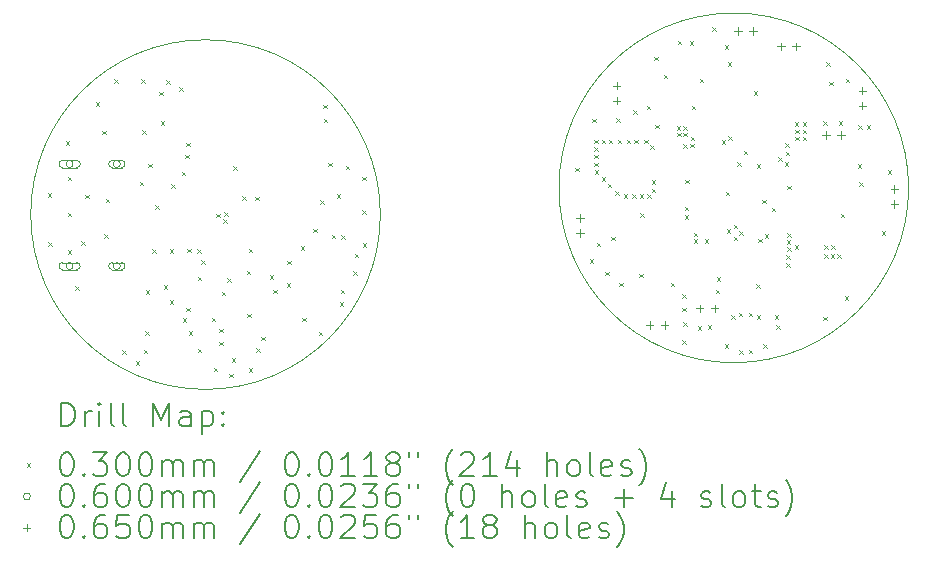
<source format=gbr>
%TF.GenerationSoftware,KiCad,Pcbnew,8.0.6*%
%TF.CreationDate,2025-07-21T23:52:03+02:00*%
%TF.ProjectId,nRF5340,6e524635-3334-4302-9e6b-696361645f70,rev?*%
%TF.SameCoordinates,Original*%
%TF.FileFunction,Drillmap*%
%TF.FilePolarity,Positive*%
%FSLAX45Y45*%
G04 Gerber Fmt 4.5, Leading zero omitted, Abs format (unit mm)*
G04 Created by KiCad (PCBNEW 8.0.6) date 2025-07-21 23:52:03*
%MOMM*%
%LPD*%
G01*
G04 APERTURE LIST*
%ADD10C,0.050000*%
%ADD11C,0.200000*%
%ADD12C,0.100000*%
G04 APERTURE END LIST*
D10*
X20965000Y-12151500D02*
G75*
G02*
X18005000Y-12151500I-1480000J0D01*
G01*
X18005000Y-12151500D02*
G75*
G02*
X20965000Y-12151500I1480000J0D01*
G01*
X16492500Y-12377500D02*
G75*
G02*
X13532500Y-12377500I-1480000J0D01*
G01*
X13532500Y-12377500D02*
G75*
G02*
X16492500Y-12377500I1480000J0D01*
G01*
D11*
D12*
X13677500Y-12197500D02*
X13707500Y-12227500D01*
X13707500Y-12197500D02*
X13677500Y-12227500D01*
X13682500Y-12610000D02*
X13712500Y-12640000D01*
X13712500Y-12610000D02*
X13682500Y-12640000D01*
X13827500Y-11757500D02*
X13857500Y-11787500D01*
X13857500Y-11757500D02*
X13827500Y-11787500D01*
X13845000Y-12057500D02*
X13875000Y-12087500D01*
X13875000Y-12057500D02*
X13845000Y-12087500D01*
X13845000Y-12362500D02*
X13875000Y-12392500D01*
X13875000Y-12362500D02*
X13845000Y-12392500D01*
X13845000Y-12680000D02*
X13875000Y-12710000D01*
X13875000Y-12680000D02*
X13845000Y-12710000D01*
X13910000Y-12982500D02*
X13940000Y-13012500D01*
X13940000Y-12982500D02*
X13910000Y-13012500D01*
X13960000Y-12605000D02*
X13990000Y-12635000D01*
X13990000Y-12605000D02*
X13960000Y-12635000D01*
X13992500Y-12210000D02*
X14022500Y-12240000D01*
X14022500Y-12210000D02*
X13992500Y-12240000D01*
X14082500Y-11427500D02*
X14112500Y-11457500D01*
X14112500Y-11427500D02*
X14082500Y-11457500D01*
X14137500Y-11667500D02*
X14167500Y-11697500D01*
X14167500Y-11667500D02*
X14137500Y-11697500D01*
X14155000Y-12542500D02*
X14185000Y-12572500D01*
X14185000Y-12542500D02*
X14155000Y-12572500D01*
X14167500Y-12245000D02*
X14197500Y-12275000D01*
X14197500Y-12245000D02*
X14167500Y-12275000D01*
X14240000Y-11230000D02*
X14270000Y-11260000D01*
X14270000Y-11230000D02*
X14240000Y-11260000D01*
X14307500Y-13525000D02*
X14337500Y-13555000D01*
X14337500Y-13525000D02*
X14307500Y-13555000D01*
X14420000Y-13617500D02*
X14450000Y-13647500D01*
X14450000Y-13617500D02*
X14420000Y-13647500D01*
X14455000Y-12100000D02*
X14485000Y-12130000D01*
X14485000Y-12100000D02*
X14455000Y-12130000D01*
X14467500Y-11232500D02*
X14497500Y-11262500D01*
X14497500Y-11232500D02*
X14467500Y-11262500D01*
X14477500Y-11662500D02*
X14507500Y-11692500D01*
X14507500Y-11662500D02*
X14477500Y-11692500D01*
X14487500Y-13522500D02*
X14517500Y-13552500D01*
X14517500Y-13522500D02*
X14487500Y-13552500D01*
X14502500Y-13367500D02*
X14532500Y-13397500D01*
X14532500Y-13367500D02*
X14502500Y-13397500D01*
X14505000Y-13020000D02*
X14535000Y-13050000D01*
X14535000Y-13020000D02*
X14505000Y-13050000D01*
X14528750Y-11948750D02*
X14558750Y-11978750D01*
X14558750Y-11948750D02*
X14528750Y-11978750D01*
X14560000Y-12672500D02*
X14590000Y-12702500D01*
X14590000Y-12672500D02*
X14560000Y-12702500D01*
X14586250Y-12298750D02*
X14616250Y-12328750D01*
X14616250Y-12298750D02*
X14586250Y-12328750D01*
X14622500Y-11337500D02*
X14652500Y-11367500D01*
X14652500Y-11337500D02*
X14622500Y-11367500D01*
X14635000Y-11585000D02*
X14665000Y-11615000D01*
X14665000Y-11585000D02*
X14635000Y-11615000D01*
X14660000Y-12975000D02*
X14690000Y-13005000D01*
X14690000Y-12975000D02*
X14660000Y-13005000D01*
X14680000Y-11240000D02*
X14710000Y-11270000D01*
X14710000Y-11240000D02*
X14680000Y-11270000D01*
X14710000Y-12670000D02*
X14740000Y-12700000D01*
X14740000Y-12670000D02*
X14710000Y-12700000D01*
X14710000Y-13102500D02*
X14740000Y-13132500D01*
X14740000Y-13102500D02*
X14710000Y-13132500D01*
X14722500Y-12120000D02*
X14752500Y-12150000D01*
X14752500Y-12120000D02*
X14722500Y-12150000D01*
X14787500Y-11297500D02*
X14817500Y-11327500D01*
X14817500Y-11297500D02*
X14787500Y-11327500D01*
X14812500Y-12015000D02*
X14842500Y-12045000D01*
X14842500Y-12015000D02*
X14812500Y-12045000D01*
X14820000Y-13255000D02*
X14850000Y-13285000D01*
X14850000Y-13255000D02*
X14820000Y-13285000D01*
X14842500Y-11872500D02*
X14872500Y-11902500D01*
X14872500Y-11872500D02*
X14842500Y-11902500D01*
X14847500Y-11770000D02*
X14877500Y-11800000D01*
X14877500Y-11770000D02*
X14847500Y-11800000D01*
X14850000Y-13167500D02*
X14880000Y-13197500D01*
X14880000Y-13167500D02*
X14850000Y-13197500D01*
X14857500Y-12665000D02*
X14887500Y-12695000D01*
X14887500Y-12665000D02*
X14857500Y-12695000D01*
X14870000Y-13367430D02*
X14900000Y-13397430D01*
X14900000Y-13367430D02*
X14870000Y-13397430D01*
X14940000Y-12670000D02*
X14970000Y-12700000D01*
X14970000Y-12670000D02*
X14940000Y-12700000D01*
X14945000Y-12905000D02*
X14975000Y-12935000D01*
X14975000Y-12905000D02*
X14945000Y-12935000D01*
X14947500Y-13515000D02*
X14977500Y-13545000D01*
X14977500Y-13515000D02*
X14947500Y-13545000D01*
X14977500Y-12762500D02*
X15007500Y-12792500D01*
X15007500Y-12762500D02*
X14977500Y-12792500D01*
X15066215Y-13251215D02*
X15096215Y-13281215D01*
X15096215Y-13251215D02*
X15066215Y-13281215D01*
X15082500Y-13675000D02*
X15112500Y-13705000D01*
X15112500Y-13675000D02*
X15082500Y-13705000D01*
X15105000Y-12370000D02*
X15135000Y-12400000D01*
X15135000Y-12370000D02*
X15105000Y-12400000D01*
X15130000Y-13342500D02*
X15160000Y-13372500D01*
X15160000Y-13342500D02*
X15130000Y-13372500D01*
X15130000Y-13452500D02*
X15160000Y-13482500D01*
X15160000Y-13452500D02*
X15130000Y-13482500D01*
X15150000Y-13032500D02*
X15180000Y-13062500D01*
X15180000Y-13032500D02*
X15150000Y-13062500D01*
X15160000Y-12417500D02*
X15190000Y-12447500D01*
X15190000Y-12417500D02*
X15160000Y-12447500D01*
X15169748Y-12355765D02*
X15199748Y-12385765D01*
X15199748Y-12355765D02*
X15169748Y-12385765D01*
X15195000Y-12917500D02*
X15225000Y-12947500D01*
X15225000Y-12917500D02*
X15195000Y-12947500D01*
X15212500Y-13725000D02*
X15242500Y-13755000D01*
X15242500Y-13725000D02*
X15212500Y-13755000D01*
X15232500Y-13595000D02*
X15262500Y-13625000D01*
X15262500Y-13595000D02*
X15232500Y-13625000D01*
X15245000Y-11970000D02*
X15275000Y-12000000D01*
X15275000Y-11970000D02*
X15245000Y-12000000D01*
X15325000Y-12220000D02*
X15355000Y-12250000D01*
X15355000Y-12220000D02*
X15325000Y-12250000D01*
X15360000Y-12852500D02*
X15390000Y-12882500D01*
X15390000Y-12852500D02*
X15360000Y-12882500D01*
X15367430Y-13217430D02*
X15397430Y-13247430D01*
X15397430Y-13217430D02*
X15367430Y-13247430D01*
X15377500Y-13677500D02*
X15407500Y-13707500D01*
X15407500Y-13677500D02*
X15377500Y-13707500D01*
X15380000Y-12667500D02*
X15410000Y-12697500D01*
X15410000Y-12667500D02*
X15380000Y-12697500D01*
X15435000Y-12225000D02*
X15465000Y-12255000D01*
X15465000Y-12225000D02*
X15435000Y-12255000D01*
X15442500Y-13507500D02*
X15472500Y-13537500D01*
X15472500Y-13507500D02*
X15442500Y-13537500D01*
X15485000Y-13412500D02*
X15515000Y-13442500D01*
X15515000Y-13412500D02*
X15485000Y-13442500D01*
X15555000Y-12892500D02*
X15585000Y-12922500D01*
X15585000Y-12892500D02*
X15555000Y-12922500D01*
X15587500Y-13015000D02*
X15617500Y-13045000D01*
X15617500Y-13015000D02*
X15587500Y-13045000D01*
X15700000Y-12960000D02*
X15730000Y-12990000D01*
X15730000Y-12960000D02*
X15700000Y-12990000D01*
X15702500Y-12770000D02*
X15732500Y-12800000D01*
X15732500Y-12770000D02*
X15702500Y-12800000D01*
X15817500Y-12647500D02*
X15847500Y-12677500D01*
X15847500Y-12647500D02*
X15817500Y-12677500D01*
X15830000Y-13250000D02*
X15860000Y-13280000D01*
X15860000Y-13250000D02*
X15830000Y-13280000D01*
X15925000Y-12497500D02*
X15955000Y-12527500D01*
X15955000Y-12497500D02*
X15925000Y-12527500D01*
X15970000Y-13370000D02*
X16000000Y-13400000D01*
X16000000Y-13370000D02*
X15970000Y-13400000D01*
X15985000Y-12257500D02*
X16015000Y-12287500D01*
X16015000Y-12257500D02*
X15985000Y-12287500D01*
X16007500Y-11447500D02*
X16037500Y-11477500D01*
X16037500Y-11447500D02*
X16007500Y-11477500D01*
X16012500Y-11567500D02*
X16042500Y-11597500D01*
X16042500Y-11567500D02*
X16012500Y-11597500D01*
X16050000Y-11940000D02*
X16080000Y-11970000D01*
X16080000Y-11940000D02*
X16050000Y-11970000D01*
X16082500Y-12547500D02*
X16112500Y-12577500D01*
X16112500Y-12547500D02*
X16082500Y-12577500D01*
X16125000Y-12205000D02*
X16155000Y-12235000D01*
X16155000Y-12205000D02*
X16125000Y-12235000D01*
X16147500Y-13117500D02*
X16177500Y-13147500D01*
X16177500Y-13117500D02*
X16147500Y-13147500D01*
X16157500Y-13015000D02*
X16187500Y-13045000D01*
X16187500Y-13015000D02*
X16157500Y-13045000D01*
X16162500Y-12552500D02*
X16192500Y-12582500D01*
X16192500Y-12552500D02*
X16162500Y-12582500D01*
X16200000Y-11962500D02*
X16230000Y-11992500D01*
X16230000Y-11962500D02*
X16200000Y-11992500D01*
X16265000Y-12857500D02*
X16295000Y-12887500D01*
X16295000Y-12857500D02*
X16265000Y-12887500D01*
X16277500Y-12710000D02*
X16307500Y-12740000D01*
X16307500Y-12710000D02*
X16277500Y-12740000D01*
X16337500Y-12057500D02*
X16367500Y-12087500D01*
X16367500Y-12057500D02*
X16337500Y-12087500D01*
X16340000Y-12340000D02*
X16370000Y-12370000D01*
X16370000Y-12340000D02*
X16340000Y-12370000D01*
X16342500Y-12620000D02*
X16372500Y-12650000D01*
X16372500Y-12620000D02*
X16342500Y-12650000D01*
X18140500Y-11982500D02*
X18170500Y-12012500D01*
X18170500Y-11982500D02*
X18140500Y-12012500D01*
X18265500Y-12755000D02*
X18295500Y-12785000D01*
X18295500Y-12755000D02*
X18265500Y-12785000D01*
X18288000Y-11565000D02*
X18318000Y-11595000D01*
X18318000Y-11565000D02*
X18288000Y-11595000D01*
X18303000Y-11742500D02*
X18333000Y-11772500D01*
X18333000Y-11742500D02*
X18303000Y-11772500D01*
X18304000Y-11807500D02*
X18334000Y-11837500D01*
X18334000Y-11807500D02*
X18304000Y-11837500D01*
X18305000Y-11869500D02*
X18335000Y-11899500D01*
X18335000Y-11869500D02*
X18305000Y-11899500D01*
X18305000Y-11937500D02*
X18335000Y-11967500D01*
X18335000Y-11937500D02*
X18305000Y-11967500D01*
X18306000Y-12003500D02*
X18336000Y-12033500D01*
X18336000Y-12003500D02*
X18306000Y-12033500D01*
X18326000Y-12616500D02*
X18356000Y-12646500D01*
X18356000Y-12616500D02*
X18326000Y-12646500D01*
X18365000Y-11744500D02*
X18395000Y-11774500D01*
X18395000Y-11744500D02*
X18365000Y-11774500D01*
X18365500Y-12063000D02*
X18395500Y-12093000D01*
X18395500Y-12063000D02*
X18365500Y-12093000D01*
X18398000Y-12860000D02*
X18428000Y-12890000D01*
X18428000Y-12860000D02*
X18398000Y-12890000D01*
X18419500Y-12117000D02*
X18449500Y-12147000D01*
X18449500Y-12117000D02*
X18419500Y-12147000D01*
X18428000Y-11742500D02*
X18458000Y-11772500D01*
X18458000Y-11742500D02*
X18428000Y-11772500D01*
X18447000Y-12566500D02*
X18477000Y-12596500D01*
X18477000Y-12566500D02*
X18447000Y-12596500D01*
X18481000Y-12178500D02*
X18511000Y-12208500D01*
X18511000Y-12178500D02*
X18481000Y-12208500D01*
X18490500Y-11560000D02*
X18520500Y-11590000D01*
X18520500Y-11560000D02*
X18490500Y-11590000D01*
X18503000Y-11742500D02*
X18533000Y-11772500D01*
X18533000Y-11742500D02*
X18503000Y-11772500D01*
X18516000Y-12956500D02*
X18546000Y-12986500D01*
X18546000Y-12956500D02*
X18516000Y-12986500D01*
X18553000Y-12206500D02*
X18583000Y-12236500D01*
X18583000Y-12206500D02*
X18553000Y-12236500D01*
X18578000Y-11742500D02*
X18608000Y-11772500D01*
X18608000Y-11742500D02*
X18578000Y-11772500D01*
X18626000Y-12205500D02*
X18656000Y-12235500D01*
X18656000Y-12205500D02*
X18626000Y-12235500D01*
X18633000Y-11492500D02*
X18663000Y-11522500D01*
X18663000Y-11492500D02*
X18633000Y-11522500D01*
X18643000Y-11742500D02*
X18673000Y-11772500D01*
X18673000Y-11742500D02*
X18643000Y-11772500D01*
X18684000Y-12878500D02*
X18714000Y-12908500D01*
X18714000Y-12878500D02*
X18684000Y-12908500D01*
X18689000Y-12205500D02*
X18719000Y-12235500D01*
X18719000Y-12205500D02*
X18689000Y-12235500D01*
X18695000Y-12364500D02*
X18725000Y-12394500D01*
X18725000Y-12364500D02*
X18695000Y-12394500D01*
X18728000Y-11742500D02*
X18758000Y-11772500D01*
X18758000Y-11742500D02*
X18728000Y-11772500D01*
X18746500Y-11457250D02*
X18776500Y-11487250D01*
X18776500Y-11457250D02*
X18746500Y-11487250D01*
X18750000Y-12203500D02*
X18780000Y-12233500D01*
X18780000Y-12203500D02*
X18750000Y-12233500D01*
X18778000Y-11792500D02*
X18808000Y-11822500D01*
X18808000Y-11792500D02*
X18778000Y-11822500D01*
X18790000Y-12087500D02*
X18820000Y-12117500D01*
X18820000Y-12087500D02*
X18790000Y-12117500D01*
X18791000Y-12157500D02*
X18821000Y-12187500D01*
X18821000Y-12157500D02*
X18791000Y-12187500D01*
X18813000Y-11042500D02*
X18843000Y-11072500D01*
X18843000Y-11042500D02*
X18813000Y-11072500D01*
X18818000Y-11617500D02*
X18848000Y-11647500D01*
X18848000Y-11617500D02*
X18818000Y-11647500D01*
X18890500Y-11194250D02*
X18920500Y-11224250D01*
X18920500Y-11194250D02*
X18890500Y-11224250D01*
X18951000Y-12955500D02*
X18981000Y-12985500D01*
X18981000Y-12955500D02*
X18951000Y-12985500D01*
X19002000Y-11628500D02*
X19032000Y-11658500D01*
X19032000Y-11628500D02*
X19002000Y-11658500D01*
X19004000Y-11686500D02*
X19034000Y-11716500D01*
X19034000Y-11686500D02*
X19004000Y-11716500D01*
X19010500Y-10907500D02*
X19040500Y-10937500D01*
X19040500Y-10907500D02*
X19010500Y-10937500D01*
X19048000Y-13050000D02*
X19078000Y-13080000D01*
X19078000Y-13050000D02*
X19048000Y-13080000D01*
X19048000Y-13165000D02*
X19078000Y-13195000D01*
X19078000Y-13165000D02*
X19048000Y-13195000D01*
X19048000Y-13440000D02*
X19078000Y-13470000D01*
X19078000Y-13440000D02*
X19048000Y-13470000D01*
X19055500Y-13287500D02*
X19085500Y-13317500D01*
X19085500Y-13287500D02*
X19055500Y-13317500D01*
X19058000Y-11627500D02*
X19088000Y-11657500D01*
X19088000Y-11627500D02*
X19058000Y-11657500D01*
X19058000Y-11780500D02*
X19088000Y-11810500D01*
X19088000Y-11780500D02*
X19058000Y-11810500D01*
X19059000Y-11685500D02*
X19089000Y-11715500D01*
X19089000Y-11685500D02*
X19059000Y-11715500D01*
X19071000Y-12312500D02*
X19101000Y-12342500D01*
X19101000Y-12312500D02*
X19071000Y-12342500D01*
X19071000Y-12382500D02*
X19101000Y-12412500D01*
X19101000Y-12382500D02*
X19071000Y-12412500D01*
X19075000Y-12081500D02*
X19105000Y-12111500D01*
X19105000Y-12081500D02*
X19075000Y-12111500D01*
X19110500Y-10910000D02*
X19140500Y-10940000D01*
X19140500Y-10910000D02*
X19110500Y-10940000D01*
X19117000Y-11778500D02*
X19147000Y-11808500D01*
X19147000Y-11778500D02*
X19117000Y-11808500D01*
X19120000Y-11718500D02*
X19150000Y-11748500D01*
X19150000Y-11718500D02*
X19120000Y-11748500D01*
X19128000Y-11455000D02*
X19158000Y-11485000D01*
X19158000Y-11455000D02*
X19128000Y-11485000D01*
X19144000Y-12529500D02*
X19174000Y-12559500D01*
X19174000Y-12529500D02*
X19144000Y-12559500D01*
X19145000Y-12587500D02*
X19175000Y-12617500D01*
X19175000Y-12587500D02*
X19145000Y-12617500D01*
X19178000Y-13322500D02*
X19208000Y-13352500D01*
X19208000Y-13322500D02*
X19178000Y-13352500D01*
X19195500Y-11227500D02*
X19225500Y-11257500D01*
X19225500Y-11227500D02*
X19195500Y-11257500D01*
X19240000Y-12586500D02*
X19270000Y-12616500D01*
X19270000Y-12586500D02*
X19240000Y-12616500D01*
X19266000Y-13315500D02*
X19296000Y-13345500D01*
X19296000Y-13315500D02*
X19266000Y-13345500D01*
X19300500Y-10790000D02*
X19330500Y-10820000D01*
X19330500Y-10790000D02*
X19300500Y-10820000D01*
X19331000Y-13014500D02*
X19361000Y-13044500D01*
X19361000Y-13014500D02*
X19331000Y-13044500D01*
X19340000Y-12907500D02*
X19370000Y-12937500D01*
X19370000Y-12907500D02*
X19340000Y-12937500D01*
X19381000Y-11747500D02*
X19411000Y-11777500D01*
X19411000Y-11747500D02*
X19381000Y-11777500D01*
X19406995Y-13476500D02*
X19436995Y-13506500D01*
X19436995Y-13476500D02*
X19406995Y-13506500D01*
X19410000Y-10945500D02*
X19440000Y-10975500D01*
X19440000Y-10945500D02*
X19410000Y-10975500D01*
X19415500Y-12182500D02*
X19445500Y-12212500D01*
X19445500Y-12182500D02*
X19415500Y-12212500D01*
X19427000Y-12503500D02*
X19457000Y-12533500D01*
X19457000Y-12503500D02*
X19427000Y-12533500D01*
X19435000Y-11087500D02*
X19465000Y-11117500D01*
X19465000Y-11087500D02*
X19435000Y-11117500D01*
X19438000Y-11715500D02*
X19468000Y-11745500D01*
X19468000Y-11715500D02*
X19438000Y-11745500D01*
X19463000Y-13229500D02*
X19493000Y-13259500D01*
X19493000Y-13229500D02*
X19463000Y-13259500D01*
X19483000Y-12464500D02*
X19513000Y-12494500D01*
X19513000Y-12464500D02*
X19483000Y-12494500D01*
X19483000Y-12565500D02*
X19513000Y-12595500D01*
X19513000Y-12565500D02*
X19483000Y-12595500D01*
X19513500Y-11935000D02*
X19543500Y-11965000D01*
X19543500Y-11935000D02*
X19513500Y-11965000D01*
X19525995Y-13210430D02*
X19555995Y-13240430D01*
X19555995Y-13210430D02*
X19525995Y-13240430D01*
X19529995Y-13524500D02*
X19559995Y-13554500D01*
X19559995Y-13524500D02*
X19529995Y-13554500D01*
X19531000Y-12517500D02*
X19561000Y-12547500D01*
X19561000Y-12517500D02*
X19531000Y-12547500D01*
X19571000Y-11835500D02*
X19601000Y-11865500D01*
X19601000Y-11835500D02*
X19571000Y-11865500D01*
X19609995Y-13522500D02*
X19639995Y-13552500D01*
X19639995Y-13522500D02*
X19609995Y-13552500D01*
X19611995Y-13208430D02*
X19641995Y-13238430D01*
X19641995Y-13208430D02*
X19611995Y-13238430D01*
X19652500Y-11335500D02*
X19682500Y-11365500D01*
X19682500Y-11335500D02*
X19652500Y-11365500D01*
X19674000Y-12969500D02*
X19704000Y-12999500D01*
X19704000Y-12969500D02*
X19674000Y-12999500D01*
X19678500Y-11952500D02*
X19708500Y-11982500D01*
X19708500Y-11952500D02*
X19678500Y-11982500D01*
X19679000Y-13229500D02*
X19709000Y-13259500D01*
X19709000Y-13229500D02*
X19679000Y-13259500D01*
X19691500Y-12581500D02*
X19721500Y-12611500D01*
X19721500Y-12581500D02*
X19691500Y-12611500D01*
X19728000Y-12252500D02*
X19758000Y-12282500D01*
X19758000Y-12252500D02*
X19728000Y-12282500D01*
X19732995Y-13476500D02*
X19762995Y-13506500D01*
X19762995Y-13476500D02*
X19732995Y-13506500D01*
X19747000Y-12543500D02*
X19777000Y-12573500D01*
X19777000Y-12543500D02*
X19747000Y-12573500D01*
X19807000Y-12319500D02*
X19837000Y-12349500D01*
X19837000Y-12319500D02*
X19807000Y-12349500D01*
X19830000Y-13231500D02*
X19860000Y-13261500D01*
X19860000Y-13231500D02*
X19830000Y-13261500D01*
X19846000Y-13315430D02*
X19876000Y-13345430D01*
X19876000Y-13315430D02*
X19846000Y-13345430D01*
X19863000Y-11893500D02*
X19893000Y-11923500D01*
X19893000Y-11893500D02*
X19863000Y-11923500D01*
X19915000Y-11932500D02*
X19945000Y-11962500D01*
X19945000Y-11932500D02*
X19915000Y-11962500D01*
X19921671Y-11774579D02*
X19951671Y-11804579D01*
X19951671Y-11774579D02*
X19921671Y-11804579D01*
X19925000Y-11844500D02*
X19955000Y-11874500D01*
X19955000Y-11844500D02*
X19925000Y-11874500D01*
X19927000Y-12723500D02*
X19957000Y-12753500D01*
X19957000Y-12723500D02*
X19927000Y-12753500D01*
X19928000Y-12788500D02*
X19958000Y-12818500D01*
X19958000Y-12788500D02*
X19928000Y-12818500D01*
X19935000Y-12594500D02*
X19965000Y-12624500D01*
X19965000Y-12594500D02*
X19935000Y-12624500D01*
X19935500Y-12132500D02*
X19965500Y-12162500D01*
X19965500Y-12132500D02*
X19935500Y-12162500D01*
X19936000Y-12534500D02*
X19966000Y-12564500D01*
X19966000Y-12534500D02*
X19936000Y-12564500D01*
X19936000Y-12654500D02*
X19966000Y-12684500D01*
X19966000Y-12654500D02*
X19936000Y-12684500D01*
X20002000Y-11596500D02*
X20032000Y-11626500D01*
X20032000Y-11596500D02*
X20002000Y-11626500D01*
X20002000Y-12638500D02*
X20032000Y-12668500D01*
X20032000Y-12638500D02*
X20002000Y-12668500D01*
X20003000Y-11659500D02*
X20033000Y-11689500D01*
X20033000Y-11659500D02*
X20003000Y-11689500D01*
X20003000Y-11718500D02*
X20033000Y-11748500D01*
X20033000Y-11718500D02*
X20003000Y-11748500D01*
X20068000Y-11596500D02*
X20098000Y-11626500D01*
X20098000Y-11596500D02*
X20068000Y-11626500D01*
X20069000Y-11719500D02*
X20099000Y-11749500D01*
X20099000Y-11719500D02*
X20069000Y-11749500D01*
X20070000Y-11658500D02*
X20100000Y-11688500D01*
X20100000Y-11658500D02*
X20070000Y-11688500D01*
X20241000Y-13241500D02*
X20271000Y-13271500D01*
X20271000Y-13241500D02*
X20241000Y-13271500D01*
X20242000Y-11587500D02*
X20272000Y-11617500D01*
X20272000Y-11587500D02*
X20242000Y-11617500D01*
X20250000Y-12638500D02*
X20280000Y-12668500D01*
X20280000Y-12638500D02*
X20250000Y-12668500D01*
X20250000Y-12711500D02*
X20280000Y-12741500D01*
X20280000Y-12711500D02*
X20250000Y-12741500D01*
X20268000Y-11090000D02*
X20298000Y-11120000D01*
X20298000Y-11090000D02*
X20268000Y-11120000D01*
X20293000Y-11252500D02*
X20323000Y-11282500D01*
X20323000Y-11252500D02*
X20293000Y-11282500D01*
X20305000Y-12712500D02*
X20335000Y-12742500D01*
X20335000Y-12712500D02*
X20305000Y-12742500D01*
X20309000Y-12638500D02*
X20339000Y-12668500D01*
X20339000Y-12638500D02*
X20309000Y-12668500D01*
X20360000Y-12713500D02*
X20390000Y-12743500D01*
X20390000Y-12713500D02*
X20360000Y-12743500D01*
X20375000Y-11586500D02*
X20405000Y-11616500D01*
X20405000Y-11586500D02*
X20375000Y-11616500D01*
X20389000Y-12371500D02*
X20419000Y-12401500D01*
X20419000Y-12371500D02*
X20389000Y-12401500D01*
X20423000Y-13067500D02*
X20453000Y-13097500D01*
X20453000Y-13067500D02*
X20423000Y-13097500D01*
X20433000Y-11228500D02*
X20463000Y-11258500D01*
X20463000Y-11228500D02*
X20433000Y-11258500D01*
X20533000Y-11952500D02*
X20563000Y-11982500D01*
X20563000Y-11952500D02*
X20533000Y-11982500D01*
X20538000Y-11619500D02*
X20568000Y-11649500D01*
X20568000Y-11619500D02*
X20538000Y-11649500D01*
X20549000Y-12105500D02*
X20579000Y-12135500D01*
X20579000Y-12105500D02*
X20549000Y-12135500D01*
X20612000Y-11621500D02*
X20642000Y-11651500D01*
X20642000Y-11621500D02*
X20612000Y-11651500D01*
X20738000Y-12520000D02*
X20768000Y-12550000D01*
X20768000Y-12520000D02*
X20738000Y-12550000D01*
X20788000Y-12002500D02*
X20818000Y-12032500D01*
X20818000Y-12002500D02*
X20788000Y-12032500D01*
X13891250Y-11949575D02*
G75*
G02*
X13831250Y-11949575I-30000J0D01*
G01*
X13831250Y-11949575D02*
G75*
G02*
X13891250Y-11949575I30000J0D01*
G01*
X13921250Y-11919575D02*
X13801250Y-11919575D01*
X13801250Y-11979575D02*
G75*
G02*
X13801250Y-11919575I0J30000D01*
G01*
X13801250Y-11979575D02*
X13921250Y-11979575D01*
X13921250Y-11979575D02*
G75*
G03*
X13921250Y-11919575I0J30000D01*
G01*
X13891250Y-12813575D02*
G75*
G02*
X13831250Y-12813575I-30000J0D01*
G01*
X13831250Y-12813575D02*
G75*
G02*
X13891250Y-12813575I30000J0D01*
G01*
X13921250Y-12783575D02*
X13801250Y-12783575D01*
X13801250Y-12843575D02*
G75*
G02*
X13801250Y-12783575I0J30000D01*
G01*
X13801250Y-12843575D02*
X13921250Y-12843575D01*
X13921250Y-12843575D02*
G75*
G03*
X13921250Y-12783575I0J30000D01*
G01*
X14291250Y-11949575D02*
G75*
G02*
X14231250Y-11949575I-30000J0D01*
G01*
X14231250Y-11949575D02*
G75*
G02*
X14291250Y-11949575I30000J0D01*
G01*
X14301250Y-11919575D02*
X14221250Y-11919575D01*
X14221250Y-11979575D02*
G75*
G02*
X14221250Y-11919575I0J30000D01*
G01*
X14221250Y-11979575D02*
X14301250Y-11979575D01*
X14301250Y-11979575D02*
G75*
G03*
X14301250Y-11919575I0J30000D01*
G01*
X14291250Y-12813575D02*
G75*
G02*
X14231250Y-12813575I-30000J0D01*
G01*
X14231250Y-12813575D02*
G75*
G02*
X14291250Y-12813575I30000J0D01*
G01*
X14301250Y-12783575D02*
X14221250Y-12783575D01*
X14221250Y-12843575D02*
G75*
G02*
X14221250Y-12783575I0J30000D01*
G01*
X14221250Y-12843575D02*
X14301250Y-12843575D01*
X14301250Y-12843575D02*
G75*
G03*
X14301250Y-12783575I0J30000D01*
G01*
X18181000Y-12372000D02*
X18181000Y-12437000D01*
X18148500Y-12404500D02*
X18213500Y-12404500D01*
X18181000Y-12499000D02*
X18181000Y-12564000D01*
X18148500Y-12531500D02*
X18213500Y-12531500D01*
X18492000Y-11252750D02*
X18492000Y-11317750D01*
X18459500Y-11285250D02*
X18524500Y-11285250D01*
X18492000Y-11379750D02*
X18492000Y-11444750D01*
X18459500Y-11412250D02*
X18524500Y-11412250D01*
X18772000Y-13277500D02*
X18772000Y-13342500D01*
X18739500Y-13310000D02*
X18804500Y-13310000D01*
X18899000Y-13277500D02*
X18899000Y-13342500D01*
X18866500Y-13310000D02*
X18931500Y-13310000D01*
X19196000Y-13139000D02*
X19196000Y-13204000D01*
X19163500Y-13171500D02*
X19228500Y-13171500D01*
X19323000Y-13139000D02*
X19323000Y-13204000D01*
X19290500Y-13171500D02*
X19355500Y-13171500D01*
X19518500Y-10788000D02*
X19518500Y-10853000D01*
X19486000Y-10820500D02*
X19551000Y-10820500D01*
X19645500Y-10788000D02*
X19645500Y-10853000D01*
X19613000Y-10820500D02*
X19678000Y-10820500D01*
X19886500Y-10922000D02*
X19886500Y-10987000D01*
X19854000Y-10954500D02*
X19919000Y-10954500D01*
X20013500Y-10922000D02*
X20013500Y-10987000D01*
X19981000Y-10954500D02*
X20046000Y-10954500D01*
X20264500Y-11674000D02*
X20264500Y-11739000D01*
X20232000Y-11706500D02*
X20297000Y-11706500D01*
X20391500Y-11674000D02*
X20391500Y-11739000D01*
X20359000Y-11706500D02*
X20424000Y-11706500D01*
X20573500Y-11295500D02*
X20573500Y-11360500D01*
X20541000Y-11328000D02*
X20606000Y-11328000D01*
X20573500Y-11422500D02*
X20573500Y-11487500D01*
X20541000Y-11455000D02*
X20606000Y-11455000D01*
X20844500Y-12128500D02*
X20844500Y-12193500D01*
X20812000Y-12161000D02*
X20877000Y-12161000D01*
X20844500Y-12255500D02*
X20844500Y-12320500D01*
X20812000Y-12288000D02*
X20877000Y-12288000D01*
D11*
X13790777Y-14171484D02*
X13790777Y-13971484D01*
X13790777Y-13971484D02*
X13838396Y-13971484D01*
X13838396Y-13971484D02*
X13866967Y-13981008D01*
X13866967Y-13981008D02*
X13886015Y-14000055D01*
X13886015Y-14000055D02*
X13895539Y-14019103D01*
X13895539Y-14019103D02*
X13905062Y-14057198D01*
X13905062Y-14057198D02*
X13905062Y-14085769D01*
X13905062Y-14085769D02*
X13895539Y-14123865D01*
X13895539Y-14123865D02*
X13886015Y-14142912D01*
X13886015Y-14142912D02*
X13866967Y-14161960D01*
X13866967Y-14161960D02*
X13838396Y-14171484D01*
X13838396Y-14171484D02*
X13790777Y-14171484D01*
X13990777Y-14171484D02*
X13990777Y-14038150D01*
X13990777Y-14076246D02*
X14000301Y-14057198D01*
X14000301Y-14057198D02*
X14009824Y-14047674D01*
X14009824Y-14047674D02*
X14028872Y-14038150D01*
X14028872Y-14038150D02*
X14047920Y-14038150D01*
X14114586Y-14171484D02*
X14114586Y-14038150D01*
X14114586Y-13971484D02*
X14105062Y-13981008D01*
X14105062Y-13981008D02*
X14114586Y-13990531D01*
X14114586Y-13990531D02*
X14124110Y-13981008D01*
X14124110Y-13981008D02*
X14114586Y-13971484D01*
X14114586Y-13971484D02*
X14114586Y-13990531D01*
X14238396Y-14171484D02*
X14219348Y-14161960D01*
X14219348Y-14161960D02*
X14209824Y-14142912D01*
X14209824Y-14142912D02*
X14209824Y-13971484D01*
X14343158Y-14171484D02*
X14324110Y-14161960D01*
X14324110Y-14161960D02*
X14314586Y-14142912D01*
X14314586Y-14142912D02*
X14314586Y-13971484D01*
X14571729Y-14171484D02*
X14571729Y-13971484D01*
X14571729Y-13971484D02*
X14638396Y-14114341D01*
X14638396Y-14114341D02*
X14705062Y-13971484D01*
X14705062Y-13971484D02*
X14705062Y-14171484D01*
X14886015Y-14171484D02*
X14886015Y-14066722D01*
X14886015Y-14066722D02*
X14876491Y-14047674D01*
X14876491Y-14047674D02*
X14857443Y-14038150D01*
X14857443Y-14038150D02*
X14819348Y-14038150D01*
X14819348Y-14038150D02*
X14800301Y-14047674D01*
X14886015Y-14161960D02*
X14866967Y-14171484D01*
X14866967Y-14171484D02*
X14819348Y-14171484D01*
X14819348Y-14171484D02*
X14800301Y-14161960D01*
X14800301Y-14161960D02*
X14790777Y-14142912D01*
X14790777Y-14142912D02*
X14790777Y-14123865D01*
X14790777Y-14123865D02*
X14800301Y-14104817D01*
X14800301Y-14104817D02*
X14819348Y-14095293D01*
X14819348Y-14095293D02*
X14866967Y-14095293D01*
X14866967Y-14095293D02*
X14886015Y-14085769D01*
X14981253Y-14038150D02*
X14981253Y-14238150D01*
X14981253Y-14047674D02*
X15000301Y-14038150D01*
X15000301Y-14038150D02*
X15038396Y-14038150D01*
X15038396Y-14038150D02*
X15057443Y-14047674D01*
X15057443Y-14047674D02*
X15066967Y-14057198D01*
X15066967Y-14057198D02*
X15076491Y-14076246D01*
X15076491Y-14076246D02*
X15076491Y-14133388D01*
X15076491Y-14133388D02*
X15066967Y-14152436D01*
X15066967Y-14152436D02*
X15057443Y-14161960D01*
X15057443Y-14161960D02*
X15038396Y-14171484D01*
X15038396Y-14171484D02*
X15000301Y-14171484D01*
X15000301Y-14171484D02*
X14981253Y-14161960D01*
X15162205Y-14152436D02*
X15171729Y-14161960D01*
X15171729Y-14161960D02*
X15162205Y-14171484D01*
X15162205Y-14171484D02*
X15152682Y-14161960D01*
X15152682Y-14161960D02*
X15162205Y-14152436D01*
X15162205Y-14152436D02*
X15162205Y-14171484D01*
X15162205Y-14047674D02*
X15171729Y-14057198D01*
X15171729Y-14057198D02*
X15162205Y-14066722D01*
X15162205Y-14066722D02*
X15152682Y-14057198D01*
X15152682Y-14057198D02*
X15162205Y-14047674D01*
X15162205Y-14047674D02*
X15162205Y-14066722D01*
D12*
X13500000Y-14485000D02*
X13530000Y-14515000D01*
X13530000Y-14485000D02*
X13500000Y-14515000D01*
D11*
X13828872Y-14391484D02*
X13847920Y-14391484D01*
X13847920Y-14391484D02*
X13866967Y-14401008D01*
X13866967Y-14401008D02*
X13876491Y-14410531D01*
X13876491Y-14410531D02*
X13886015Y-14429579D01*
X13886015Y-14429579D02*
X13895539Y-14467674D01*
X13895539Y-14467674D02*
X13895539Y-14515293D01*
X13895539Y-14515293D02*
X13886015Y-14553388D01*
X13886015Y-14553388D02*
X13876491Y-14572436D01*
X13876491Y-14572436D02*
X13866967Y-14581960D01*
X13866967Y-14581960D02*
X13847920Y-14591484D01*
X13847920Y-14591484D02*
X13828872Y-14591484D01*
X13828872Y-14591484D02*
X13809824Y-14581960D01*
X13809824Y-14581960D02*
X13800301Y-14572436D01*
X13800301Y-14572436D02*
X13790777Y-14553388D01*
X13790777Y-14553388D02*
X13781253Y-14515293D01*
X13781253Y-14515293D02*
X13781253Y-14467674D01*
X13781253Y-14467674D02*
X13790777Y-14429579D01*
X13790777Y-14429579D02*
X13800301Y-14410531D01*
X13800301Y-14410531D02*
X13809824Y-14401008D01*
X13809824Y-14401008D02*
X13828872Y-14391484D01*
X13981253Y-14572436D02*
X13990777Y-14581960D01*
X13990777Y-14581960D02*
X13981253Y-14591484D01*
X13981253Y-14591484D02*
X13971729Y-14581960D01*
X13971729Y-14581960D02*
X13981253Y-14572436D01*
X13981253Y-14572436D02*
X13981253Y-14591484D01*
X14057443Y-14391484D02*
X14181253Y-14391484D01*
X14181253Y-14391484D02*
X14114586Y-14467674D01*
X14114586Y-14467674D02*
X14143158Y-14467674D01*
X14143158Y-14467674D02*
X14162205Y-14477198D01*
X14162205Y-14477198D02*
X14171729Y-14486722D01*
X14171729Y-14486722D02*
X14181253Y-14505769D01*
X14181253Y-14505769D02*
X14181253Y-14553388D01*
X14181253Y-14553388D02*
X14171729Y-14572436D01*
X14171729Y-14572436D02*
X14162205Y-14581960D01*
X14162205Y-14581960D02*
X14143158Y-14591484D01*
X14143158Y-14591484D02*
X14086015Y-14591484D01*
X14086015Y-14591484D02*
X14066967Y-14581960D01*
X14066967Y-14581960D02*
X14057443Y-14572436D01*
X14305062Y-14391484D02*
X14324110Y-14391484D01*
X14324110Y-14391484D02*
X14343158Y-14401008D01*
X14343158Y-14401008D02*
X14352682Y-14410531D01*
X14352682Y-14410531D02*
X14362205Y-14429579D01*
X14362205Y-14429579D02*
X14371729Y-14467674D01*
X14371729Y-14467674D02*
X14371729Y-14515293D01*
X14371729Y-14515293D02*
X14362205Y-14553388D01*
X14362205Y-14553388D02*
X14352682Y-14572436D01*
X14352682Y-14572436D02*
X14343158Y-14581960D01*
X14343158Y-14581960D02*
X14324110Y-14591484D01*
X14324110Y-14591484D02*
X14305062Y-14591484D01*
X14305062Y-14591484D02*
X14286015Y-14581960D01*
X14286015Y-14581960D02*
X14276491Y-14572436D01*
X14276491Y-14572436D02*
X14266967Y-14553388D01*
X14266967Y-14553388D02*
X14257443Y-14515293D01*
X14257443Y-14515293D02*
X14257443Y-14467674D01*
X14257443Y-14467674D02*
X14266967Y-14429579D01*
X14266967Y-14429579D02*
X14276491Y-14410531D01*
X14276491Y-14410531D02*
X14286015Y-14401008D01*
X14286015Y-14401008D02*
X14305062Y-14391484D01*
X14495539Y-14391484D02*
X14514586Y-14391484D01*
X14514586Y-14391484D02*
X14533634Y-14401008D01*
X14533634Y-14401008D02*
X14543158Y-14410531D01*
X14543158Y-14410531D02*
X14552682Y-14429579D01*
X14552682Y-14429579D02*
X14562205Y-14467674D01*
X14562205Y-14467674D02*
X14562205Y-14515293D01*
X14562205Y-14515293D02*
X14552682Y-14553388D01*
X14552682Y-14553388D02*
X14543158Y-14572436D01*
X14543158Y-14572436D02*
X14533634Y-14581960D01*
X14533634Y-14581960D02*
X14514586Y-14591484D01*
X14514586Y-14591484D02*
X14495539Y-14591484D01*
X14495539Y-14591484D02*
X14476491Y-14581960D01*
X14476491Y-14581960D02*
X14466967Y-14572436D01*
X14466967Y-14572436D02*
X14457443Y-14553388D01*
X14457443Y-14553388D02*
X14447920Y-14515293D01*
X14447920Y-14515293D02*
X14447920Y-14467674D01*
X14447920Y-14467674D02*
X14457443Y-14429579D01*
X14457443Y-14429579D02*
X14466967Y-14410531D01*
X14466967Y-14410531D02*
X14476491Y-14401008D01*
X14476491Y-14401008D02*
X14495539Y-14391484D01*
X14647920Y-14591484D02*
X14647920Y-14458150D01*
X14647920Y-14477198D02*
X14657443Y-14467674D01*
X14657443Y-14467674D02*
X14676491Y-14458150D01*
X14676491Y-14458150D02*
X14705063Y-14458150D01*
X14705063Y-14458150D02*
X14724110Y-14467674D01*
X14724110Y-14467674D02*
X14733634Y-14486722D01*
X14733634Y-14486722D02*
X14733634Y-14591484D01*
X14733634Y-14486722D02*
X14743158Y-14467674D01*
X14743158Y-14467674D02*
X14762205Y-14458150D01*
X14762205Y-14458150D02*
X14790777Y-14458150D01*
X14790777Y-14458150D02*
X14809824Y-14467674D01*
X14809824Y-14467674D02*
X14819348Y-14486722D01*
X14819348Y-14486722D02*
X14819348Y-14591484D01*
X14914586Y-14591484D02*
X14914586Y-14458150D01*
X14914586Y-14477198D02*
X14924110Y-14467674D01*
X14924110Y-14467674D02*
X14943158Y-14458150D01*
X14943158Y-14458150D02*
X14971729Y-14458150D01*
X14971729Y-14458150D02*
X14990777Y-14467674D01*
X14990777Y-14467674D02*
X15000301Y-14486722D01*
X15000301Y-14486722D02*
X15000301Y-14591484D01*
X15000301Y-14486722D02*
X15009824Y-14467674D01*
X15009824Y-14467674D02*
X15028872Y-14458150D01*
X15028872Y-14458150D02*
X15057443Y-14458150D01*
X15057443Y-14458150D02*
X15076491Y-14467674D01*
X15076491Y-14467674D02*
X15086015Y-14486722D01*
X15086015Y-14486722D02*
X15086015Y-14591484D01*
X15476491Y-14381960D02*
X15305063Y-14639103D01*
X15733634Y-14391484D02*
X15752682Y-14391484D01*
X15752682Y-14391484D02*
X15771729Y-14401008D01*
X15771729Y-14401008D02*
X15781253Y-14410531D01*
X15781253Y-14410531D02*
X15790777Y-14429579D01*
X15790777Y-14429579D02*
X15800301Y-14467674D01*
X15800301Y-14467674D02*
X15800301Y-14515293D01*
X15800301Y-14515293D02*
X15790777Y-14553388D01*
X15790777Y-14553388D02*
X15781253Y-14572436D01*
X15781253Y-14572436D02*
X15771729Y-14581960D01*
X15771729Y-14581960D02*
X15752682Y-14591484D01*
X15752682Y-14591484D02*
X15733634Y-14591484D01*
X15733634Y-14591484D02*
X15714586Y-14581960D01*
X15714586Y-14581960D02*
X15705063Y-14572436D01*
X15705063Y-14572436D02*
X15695539Y-14553388D01*
X15695539Y-14553388D02*
X15686015Y-14515293D01*
X15686015Y-14515293D02*
X15686015Y-14467674D01*
X15686015Y-14467674D02*
X15695539Y-14429579D01*
X15695539Y-14429579D02*
X15705063Y-14410531D01*
X15705063Y-14410531D02*
X15714586Y-14401008D01*
X15714586Y-14401008D02*
X15733634Y-14391484D01*
X15886015Y-14572436D02*
X15895539Y-14581960D01*
X15895539Y-14581960D02*
X15886015Y-14591484D01*
X15886015Y-14591484D02*
X15876491Y-14581960D01*
X15876491Y-14581960D02*
X15886015Y-14572436D01*
X15886015Y-14572436D02*
X15886015Y-14591484D01*
X16019348Y-14391484D02*
X16038396Y-14391484D01*
X16038396Y-14391484D02*
X16057444Y-14401008D01*
X16057444Y-14401008D02*
X16066967Y-14410531D01*
X16066967Y-14410531D02*
X16076491Y-14429579D01*
X16076491Y-14429579D02*
X16086015Y-14467674D01*
X16086015Y-14467674D02*
X16086015Y-14515293D01*
X16086015Y-14515293D02*
X16076491Y-14553388D01*
X16076491Y-14553388D02*
X16066967Y-14572436D01*
X16066967Y-14572436D02*
X16057444Y-14581960D01*
X16057444Y-14581960D02*
X16038396Y-14591484D01*
X16038396Y-14591484D02*
X16019348Y-14591484D01*
X16019348Y-14591484D02*
X16000301Y-14581960D01*
X16000301Y-14581960D02*
X15990777Y-14572436D01*
X15990777Y-14572436D02*
X15981253Y-14553388D01*
X15981253Y-14553388D02*
X15971729Y-14515293D01*
X15971729Y-14515293D02*
X15971729Y-14467674D01*
X15971729Y-14467674D02*
X15981253Y-14429579D01*
X15981253Y-14429579D02*
X15990777Y-14410531D01*
X15990777Y-14410531D02*
X16000301Y-14401008D01*
X16000301Y-14401008D02*
X16019348Y-14391484D01*
X16276491Y-14591484D02*
X16162206Y-14591484D01*
X16219348Y-14591484D02*
X16219348Y-14391484D01*
X16219348Y-14391484D02*
X16200301Y-14420055D01*
X16200301Y-14420055D02*
X16181253Y-14439103D01*
X16181253Y-14439103D02*
X16162206Y-14448627D01*
X16466967Y-14591484D02*
X16352682Y-14591484D01*
X16409825Y-14591484D02*
X16409825Y-14391484D01*
X16409825Y-14391484D02*
X16390777Y-14420055D01*
X16390777Y-14420055D02*
X16371729Y-14439103D01*
X16371729Y-14439103D02*
X16352682Y-14448627D01*
X16581253Y-14477198D02*
X16562206Y-14467674D01*
X16562206Y-14467674D02*
X16552682Y-14458150D01*
X16552682Y-14458150D02*
X16543158Y-14439103D01*
X16543158Y-14439103D02*
X16543158Y-14429579D01*
X16543158Y-14429579D02*
X16552682Y-14410531D01*
X16552682Y-14410531D02*
X16562206Y-14401008D01*
X16562206Y-14401008D02*
X16581253Y-14391484D01*
X16581253Y-14391484D02*
X16619348Y-14391484D01*
X16619348Y-14391484D02*
X16638396Y-14401008D01*
X16638396Y-14401008D02*
X16647920Y-14410531D01*
X16647920Y-14410531D02*
X16657444Y-14429579D01*
X16657444Y-14429579D02*
X16657444Y-14439103D01*
X16657444Y-14439103D02*
X16647920Y-14458150D01*
X16647920Y-14458150D02*
X16638396Y-14467674D01*
X16638396Y-14467674D02*
X16619348Y-14477198D01*
X16619348Y-14477198D02*
X16581253Y-14477198D01*
X16581253Y-14477198D02*
X16562206Y-14486722D01*
X16562206Y-14486722D02*
X16552682Y-14496246D01*
X16552682Y-14496246D02*
X16543158Y-14515293D01*
X16543158Y-14515293D02*
X16543158Y-14553388D01*
X16543158Y-14553388D02*
X16552682Y-14572436D01*
X16552682Y-14572436D02*
X16562206Y-14581960D01*
X16562206Y-14581960D02*
X16581253Y-14591484D01*
X16581253Y-14591484D02*
X16619348Y-14591484D01*
X16619348Y-14591484D02*
X16638396Y-14581960D01*
X16638396Y-14581960D02*
X16647920Y-14572436D01*
X16647920Y-14572436D02*
X16657444Y-14553388D01*
X16657444Y-14553388D02*
X16657444Y-14515293D01*
X16657444Y-14515293D02*
X16647920Y-14496246D01*
X16647920Y-14496246D02*
X16638396Y-14486722D01*
X16638396Y-14486722D02*
X16619348Y-14477198D01*
X16733634Y-14391484D02*
X16733634Y-14429579D01*
X16809825Y-14391484D02*
X16809825Y-14429579D01*
X17105063Y-14667674D02*
X17095539Y-14658150D01*
X17095539Y-14658150D02*
X17076491Y-14629579D01*
X17076491Y-14629579D02*
X17066968Y-14610531D01*
X17066968Y-14610531D02*
X17057444Y-14581960D01*
X17057444Y-14581960D02*
X17047920Y-14534341D01*
X17047920Y-14534341D02*
X17047920Y-14496246D01*
X17047920Y-14496246D02*
X17057444Y-14448627D01*
X17057444Y-14448627D02*
X17066968Y-14420055D01*
X17066968Y-14420055D02*
X17076491Y-14401008D01*
X17076491Y-14401008D02*
X17095539Y-14372436D01*
X17095539Y-14372436D02*
X17105063Y-14362912D01*
X17171730Y-14410531D02*
X17181253Y-14401008D01*
X17181253Y-14401008D02*
X17200301Y-14391484D01*
X17200301Y-14391484D02*
X17247920Y-14391484D01*
X17247920Y-14391484D02*
X17266968Y-14401008D01*
X17266968Y-14401008D02*
X17276491Y-14410531D01*
X17276491Y-14410531D02*
X17286015Y-14429579D01*
X17286015Y-14429579D02*
X17286015Y-14448627D01*
X17286015Y-14448627D02*
X17276491Y-14477198D01*
X17276491Y-14477198D02*
X17162206Y-14591484D01*
X17162206Y-14591484D02*
X17286015Y-14591484D01*
X17476491Y-14591484D02*
X17362206Y-14591484D01*
X17419349Y-14591484D02*
X17419349Y-14391484D01*
X17419349Y-14391484D02*
X17400301Y-14420055D01*
X17400301Y-14420055D02*
X17381253Y-14439103D01*
X17381253Y-14439103D02*
X17362206Y-14448627D01*
X17647920Y-14458150D02*
X17647920Y-14591484D01*
X17600301Y-14381960D02*
X17552682Y-14524817D01*
X17552682Y-14524817D02*
X17676491Y-14524817D01*
X17905063Y-14591484D02*
X17905063Y-14391484D01*
X17990777Y-14591484D02*
X17990777Y-14486722D01*
X17990777Y-14486722D02*
X17981253Y-14467674D01*
X17981253Y-14467674D02*
X17962206Y-14458150D01*
X17962206Y-14458150D02*
X17933634Y-14458150D01*
X17933634Y-14458150D02*
X17914587Y-14467674D01*
X17914587Y-14467674D02*
X17905063Y-14477198D01*
X18114587Y-14591484D02*
X18095539Y-14581960D01*
X18095539Y-14581960D02*
X18086015Y-14572436D01*
X18086015Y-14572436D02*
X18076492Y-14553388D01*
X18076492Y-14553388D02*
X18076492Y-14496246D01*
X18076492Y-14496246D02*
X18086015Y-14477198D01*
X18086015Y-14477198D02*
X18095539Y-14467674D01*
X18095539Y-14467674D02*
X18114587Y-14458150D01*
X18114587Y-14458150D02*
X18143158Y-14458150D01*
X18143158Y-14458150D02*
X18162206Y-14467674D01*
X18162206Y-14467674D02*
X18171730Y-14477198D01*
X18171730Y-14477198D02*
X18181253Y-14496246D01*
X18181253Y-14496246D02*
X18181253Y-14553388D01*
X18181253Y-14553388D02*
X18171730Y-14572436D01*
X18171730Y-14572436D02*
X18162206Y-14581960D01*
X18162206Y-14581960D02*
X18143158Y-14591484D01*
X18143158Y-14591484D02*
X18114587Y-14591484D01*
X18295539Y-14591484D02*
X18276492Y-14581960D01*
X18276492Y-14581960D02*
X18266968Y-14562912D01*
X18266968Y-14562912D02*
X18266968Y-14391484D01*
X18447920Y-14581960D02*
X18428873Y-14591484D01*
X18428873Y-14591484D02*
X18390777Y-14591484D01*
X18390777Y-14591484D02*
X18371730Y-14581960D01*
X18371730Y-14581960D02*
X18362206Y-14562912D01*
X18362206Y-14562912D02*
X18362206Y-14486722D01*
X18362206Y-14486722D02*
X18371730Y-14467674D01*
X18371730Y-14467674D02*
X18390777Y-14458150D01*
X18390777Y-14458150D02*
X18428873Y-14458150D01*
X18428873Y-14458150D02*
X18447920Y-14467674D01*
X18447920Y-14467674D02*
X18457444Y-14486722D01*
X18457444Y-14486722D02*
X18457444Y-14505769D01*
X18457444Y-14505769D02*
X18362206Y-14524817D01*
X18533634Y-14581960D02*
X18552682Y-14591484D01*
X18552682Y-14591484D02*
X18590777Y-14591484D01*
X18590777Y-14591484D02*
X18609825Y-14581960D01*
X18609825Y-14581960D02*
X18619349Y-14562912D01*
X18619349Y-14562912D02*
X18619349Y-14553388D01*
X18619349Y-14553388D02*
X18609825Y-14534341D01*
X18609825Y-14534341D02*
X18590777Y-14524817D01*
X18590777Y-14524817D02*
X18562206Y-14524817D01*
X18562206Y-14524817D02*
X18543158Y-14515293D01*
X18543158Y-14515293D02*
X18533634Y-14496246D01*
X18533634Y-14496246D02*
X18533634Y-14486722D01*
X18533634Y-14486722D02*
X18543158Y-14467674D01*
X18543158Y-14467674D02*
X18562206Y-14458150D01*
X18562206Y-14458150D02*
X18590777Y-14458150D01*
X18590777Y-14458150D02*
X18609825Y-14467674D01*
X18686015Y-14667674D02*
X18695539Y-14658150D01*
X18695539Y-14658150D02*
X18714587Y-14629579D01*
X18714587Y-14629579D02*
X18724111Y-14610531D01*
X18724111Y-14610531D02*
X18733634Y-14581960D01*
X18733634Y-14581960D02*
X18743158Y-14534341D01*
X18743158Y-14534341D02*
X18743158Y-14496246D01*
X18743158Y-14496246D02*
X18733634Y-14448627D01*
X18733634Y-14448627D02*
X18724111Y-14420055D01*
X18724111Y-14420055D02*
X18714587Y-14401008D01*
X18714587Y-14401008D02*
X18695539Y-14372436D01*
X18695539Y-14372436D02*
X18686015Y-14362912D01*
D12*
X13530000Y-14764000D02*
G75*
G02*
X13470000Y-14764000I-30000J0D01*
G01*
X13470000Y-14764000D02*
G75*
G02*
X13530000Y-14764000I30000J0D01*
G01*
D11*
X13828872Y-14655484D02*
X13847920Y-14655484D01*
X13847920Y-14655484D02*
X13866967Y-14665008D01*
X13866967Y-14665008D02*
X13876491Y-14674531D01*
X13876491Y-14674531D02*
X13886015Y-14693579D01*
X13886015Y-14693579D02*
X13895539Y-14731674D01*
X13895539Y-14731674D02*
X13895539Y-14779293D01*
X13895539Y-14779293D02*
X13886015Y-14817388D01*
X13886015Y-14817388D02*
X13876491Y-14836436D01*
X13876491Y-14836436D02*
X13866967Y-14845960D01*
X13866967Y-14845960D02*
X13847920Y-14855484D01*
X13847920Y-14855484D02*
X13828872Y-14855484D01*
X13828872Y-14855484D02*
X13809824Y-14845960D01*
X13809824Y-14845960D02*
X13800301Y-14836436D01*
X13800301Y-14836436D02*
X13790777Y-14817388D01*
X13790777Y-14817388D02*
X13781253Y-14779293D01*
X13781253Y-14779293D02*
X13781253Y-14731674D01*
X13781253Y-14731674D02*
X13790777Y-14693579D01*
X13790777Y-14693579D02*
X13800301Y-14674531D01*
X13800301Y-14674531D02*
X13809824Y-14665008D01*
X13809824Y-14665008D02*
X13828872Y-14655484D01*
X13981253Y-14836436D02*
X13990777Y-14845960D01*
X13990777Y-14845960D02*
X13981253Y-14855484D01*
X13981253Y-14855484D02*
X13971729Y-14845960D01*
X13971729Y-14845960D02*
X13981253Y-14836436D01*
X13981253Y-14836436D02*
X13981253Y-14855484D01*
X14162205Y-14655484D02*
X14124110Y-14655484D01*
X14124110Y-14655484D02*
X14105062Y-14665008D01*
X14105062Y-14665008D02*
X14095539Y-14674531D01*
X14095539Y-14674531D02*
X14076491Y-14703103D01*
X14076491Y-14703103D02*
X14066967Y-14741198D01*
X14066967Y-14741198D02*
X14066967Y-14817388D01*
X14066967Y-14817388D02*
X14076491Y-14836436D01*
X14076491Y-14836436D02*
X14086015Y-14845960D01*
X14086015Y-14845960D02*
X14105062Y-14855484D01*
X14105062Y-14855484D02*
X14143158Y-14855484D01*
X14143158Y-14855484D02*
X14162205Y-14845960D01*
X14162205Y-14845960D02*
X14171729Y-14836436D01*
X14171729Y-14836436D02*
X14181253Y-14817388D01*
X14181253Y-14817388D02*
X14181253Y-14769769D01*
X14181253Y-14769769D02*
X14171729Y-14750722D01*
X14171729Y-14750722D02*
X14162205Y-14741198D01*
X14162205Y-14741198D02*
X14143158Y-14731674D01*
X14143158Y-14731674D02*
X14105062Y-14731674D01*
X14105062Y-14731674D02*
X14086015Y-14741198D01*
X14086015Y-14741198D02*
X14076491Y-14750722D01*
X14076491Y-14750722D02*
X14066967Y-14769769D01*
X14305062Y-14655484D02*
X14324110Y-14655484D01*
X14324110Y-14655484D02*
X14343158Y-14665008D01*
X14343158Y-14665008D02*
X14352682Y-14674531D01*
X14352682Y-14674531D02*
X14362205Y-14693579D01*
X14362205Y-14693579D02*
X14371729Y-14731674D01*
X14371729Y-14731674D02*
X14371729Y-14779293D01*
X14371729Y-14779293D02*
X14362205Y-14817388D01*
X14362205Y-14817388D02*
X14352682Y-14836436D01*
X14352682Y-14836436D02*
X14343158Y-14845960D01*
X14343158Y-14845960D02*
X14324110Y-14855484D01*
X14324110Y-14855484D02*
X14305062Y-14855484D01*
X14305062Y-14855484D02*
X14286015Y-14845960D01*
X14286015Y-14845960D02*
X14276491Y-14836436D01*
X14276491Y-14836436D02*
X14266967Y-14817388D01*
X14266967Y-14817388D02*
X14257443Y-14779293D01*
X14257443Y-14779293D02*
X14257443Y-14731674D01*
X14257443Y-14731674D02*
X14266967Y-14693579D01*
X14266967Y-14693579D02*
X14276491Y-14674531D01*
X14276491Y-14674531D02*
X14286015Y-14665008D01*
X14286015Y-14665008D02*
X14305062Y-14655484D01*
X14495539Y-14655484D02*
X14514586Y-14655484D01*
X14514586Y-14655484D02*
X14533634Y-14665008D01*
X14533634Y-14665008D02*
X14543158Y-14674531D01*
X14543158Y-14674531D02*
X14552682Y-14693579D01*
X14552682Y-14693579D02*
X14562205Y-14731674D01*
X14562205Y-14731674D02*
X14562205Y-14779293D01*
X14562205Y-14779293D02*
X14552682Y-14817388D01*
X14552682Y-14817388D02*
X14543158Y-14836436D01*
X14543158Y-14836436D02*
X14533634Y-14845960D01*
X14533634Y-14845960D02*
X14514586Y-14855484D01*
X14514586Y-14855484D02*
X14495539Y-14855484D01*
X14495539Y-14855484D02*
X14476491Y-14845960D01*
X14476491Y-14845960D02*
X14466967Y-14836436D01*
X14466967Y-14836436D02*
X14457443Y-14817388D01*
X14457443Y-14817388D02*
X14447920Y-14779293D01*
X14447920Y-14779293D02*
X14447920Y-14731674D01*
X14447920Y-14731674D02*
X14457443Y-14693579D01*
X14457443Y-14693579D02*
X14466967Y-14674531D01*
X14466967Y-14674531D02*
X14476491Y-14665008D01*
X14476491Y-14665008D02*
X14495539Y-14655484D01*
X14647920Y-14855484D02*
X14647920Y-14722150D01*
X14647920Y-14741198D02*
X14657443Y-14731674D01*
X14657443Y-14731674D02*
X14676491Y-14722150D01*
X14676491Y-14722150D02*
X14705063Y-14722150D01*
X14705063Y-14722150D02*
X14724110Y-14731674D01*
X14724110Y-14731674D02*
X14733634Y-14750722D01*
X14733634Y-14750722D02*
X14733634Y-14855484D01*
X14733634Y-14750722D02*
X14743158Y-14731674D01*
X14743158Y-14731674D02*
X14762205Y-14722150D01*
X14762205Y-14722150D02*
X14790777Y-14722150D01*
X14790777Y-14722150D02*
X14809824Y-14731674D01*
X14809824Y-14731674D02*
X14819348Y-14750722D01*
X14819348Y-14750722D02*
X14819348Y-14855484D01*
X14914586Y-14855484D02*
X14914586Y-14722150D01*
X14914586Y-14741198D02*
X14924110Y-14731674D01*
X14924110Y-14731674D02*
X14943158Y-14722150D01*
X14943158Y-14722150D02*
X14971729Y-14722150D01*
X14971729Y-14722150D02*
X14990777Y-14731674D01*
X14990777Y-14731674D02*
X15000301Y-14750722D01*
X15000301Y-14750722D02*
X15000301Y-14855484D01*
X15000301Y-14750722D02*
X15009824Y-14731674D01*
X15009824Y-14731674D02*
X15028872Y-14722150D01*
X15028872Y-14722150D02*
X15057443Y-14722150D01*
X15057443Y-14722150D02*
X15076491Y-14731674D01*
X15076491Y-14731674D02*
X15086015Y-14750722D01*
X15086015Y-14750722D02*
X15086015Y-14855484D01*
X15476491Y-14645960D02*
X15305063Y-14903103D01*
X15733634Y-14655484D02*
X15752682Y-14655484D01*
X15752682Y-14655484D02*
X15771729Y-14665008D01*
X15771729Y-14665008D02*
X15781253Y-14674531D01*
X15781253Y-14674531D02*
X15790777Y-14693579D01*
X15790777Y-14693579D02*
X15800301Y-14731674D01*
X15800301Y-14731674D02*
X15800301Y-14779293D01*
X15800301Y-14779293D02*
X15790777Y-14817388D01*
X15790777Y-14817388D02*
X15781253Y-14836436D01*
X15781253Y-14836436D02*
X15771729Y-14845960D01*
X15771729Y-14845960D02*
X15752682Y-14855484D01*
X15752682Y-14855484D02*
X15733634Y-14855484D01*
X15733634Y-14855484D02*
X15714586Y-14845960D01*
X15714586Y-14845960D02*
X15705063Y-14836436D01*
X15705063Y-14836436D02*
X15695539Y-14817388D01*
X15695539Y-14817388D02*
X15686015Y-14779293D01*
X15686015Y-14779293D02*
X15686015Y-14731674D01*
X15686015Y-14731674D02*
X15695539Y-14693579D01*
X15695539Y-14693579D02*
X15705063Y-14674531D01*
X15705063Y-14674531D02*
X15714586Y-14665008D01*
X15714586Y-14665008D02*
X15733634Y-14655484D01*
X15886015Y-14836436D02*
X15895539Y-14845960D01*
X15895539Y-14845960D02*
X15886015Y-14855484D01*
X15886015Y-14855484D02*
X15876491Y-14845960D01*
X15876491Y-14845960D02*
X15886015Y-14836436D01*
X15886015Y-14836436D02*
X15886015Y-14855484D01*
X16019348Y-14655484D02*
X16038396Y-14655484D01*
X16038396Y-14655484D02*
X16057444Y-14665008D01*
X16057444Y-14665008D02*
X16066967Y-14674531D01*
X16066967Y-14674531D02*
X16076491Y-14693579D01*
X16076491Y-14693579D02*
X16086015Y-14731674D01*
X16086015Y-14731674D02*
X16086015Y-14779293D01*
X16086015Y-14779293D02*
X16076491Y-14817388D01*
X16076491Y-14817388D02*
X16066967Y-14836436D01*
X16066967Y-14836436D02*
X16057444Y-14845960D01*
X16057444Y-14845960D02*
X16038396Y-14855484D01*
X16038396Y-14855484D02*
X16019348Y-14855484D01*
X16019348Y-14855484D02*
X16000301Y-14845960D01*
X16000301Y-14845960D02*
X15990777Y-14836436D01*
X15990777Y-14836436D02*
X15981253Y-14817388D01*
X15981253Y-14817388D02*
X15971729Y-14779293D01*
X15971729Y-14779293D02*
X15971729Y-14731674D01*
X15971729Y-14731674D02*
X15981253Y-14693579D01*
X15981253Y-14693579D02*
X15990777Y-14674531D01*
X15990777Y-14674531D02*
X16000301Y-14665008D01*
X16000301Y-14665008D02*
X16019348Y-14655484D01*
X16162206Y-14674531D02*
X16171729Y-14665008D01*
X16171729Y-14665008D02*
X16190777Y-14655484D01*
X16190777Y-14655484D02*
X16238396Y-14655484D01*
X16238396Y-14655484D02*
X16257444Y-14665008D01*
X16257444Y-14665008D02*
X16266967Y-14674531D01*
X16266967Y-14674531D02*
X16276491Y-14693579D01*
X16276491Y-14693579D02*
X16276491Y-14712627D01*
X16276491Y-14712627D02*
X16266967Y-14741198D01*
X16266967Y-14741198D02*
X16152682Y-14855484D01*
X16152682Y-14855484D02*
X16276491Y-14855484D01*
X16343158Y-14655484D02*
X16466967Y-14655484D01*
X16466967Y-14655484D02*
X16400301Y-14731674D01*
X16400301Y-14731674D02*
X16428872Y-14731674D01*
X16428872Y-14731674D02*
X16447920Y-14741198D01*
X16447920Y-14741198D02*
X16457444Y-14750722D01*
X16457444Y-14750722D02*
X16466967Y-14769769D01*
X16466967Y-14769769D02*
X16466967Y-14817388D01*
X16466967Y-14817388D02*
X16457444Y-14836436D01*
X16457444Y-14836436D02*
X16447920Y-14845960D01*
X16447920Y-14845960D02*
X16428872Y-14855484D01*
X16428872Y-14855484D02*
X16371729Y-14855484D01*
X16371729Y-14855484D02*
X16352682Y-14845960D01*
X16352682Y-14845960D02*
X16343158Y-14836436D01*
X16638396Y-14655484D02*
X16600301Y-14655484D01*
X16600301Y-14655484D02*
X16581253Y-14665008D01*
X16581253Y-14665008D02*
X16571729Y-14674531D01*
X16571729Y-14674531D02*
X16552682Y-14703103D01*
X16552682Y-14703103D02*
X16543158Y-14741198D01*
X16543158Y-14741198D02*
X16543158Y-14817388D01*
X16543158Y-14817388D02*
X16552682Y-14836436D01*
X16552682Y-14836436D02*
X16562206Y-14845960D01*
X16562206Y-14845960D02*
X16581253Y-14855484D01*
X16581253Y-14855484D02*
X16619348Y-14855484D01*
X16619348Y-14855484D02*
X16638396Y-14845960D01*
X16638396Y-14845960D02*
X16647920Y-14836436D01*
X16647920Y-14836436D02*
X16657444Y-14817388D01*
X16657444Y-14817388D02*
X16657444Y-14769769D01*
X16657444Y-14769769D02*
X16647920Y-14750722D01*
X16647920Y-14750722D02*
X16638396Y-14741198D01*
X16638396Y-14741198D02*
X16619348Y-14731674D01*
X16619348Y-14731674D02*
X16581253Y-14731674D01*
X16581253Y-14731674D02*
X16562206Y-14741198D01*
X16562206Y-14741198D02*
X16552682Y-14750722D01*
X16552682Y-14750722D02*
X16543158Y-14769769D01*
X16733634Y-14655484D02*
X16733634Y-14693579D01*
X16809825Y-14655484D02*
X16809825Y-14693579D01*
X17105063Y-14931674D02*
X17095539Y-14922150D01*
X17095539Y-14922150D02*
X17076491Y-14893579D01*
X17076491Y-14893579D02*
X17066968Y-14874531D01*
X17066968Y-14874531D02*
X17057444Y-14845960D01*
X17057444Y-14845960D02*
X17047920Y-14798341D01*
X17047920Y-14798341D02*
X17047920Y-14760246D01*
X17047920Y-14760246D02*
X17057444Y-14712627D01*
X17057444Y-14712627D02*
X17066968Y-14684055D01*
X17066968Y-14684055D02*
X17076491Y-14665008D01*
X17076491Y-14665008D02*
X17095539Y-14636436D01*
X17095539Y-14636436D02*
X17105063Y-14626912D01*
X17219349Y-14655484D02*
X17238396Y-14655484D01*
X17238396Y-14655484D02*
X17257444Y-14665008D01*
X17257444Y-14665008D02*
X17266968Y-14674531D01*
X17266968Y-14674531D02*
X17276491Y-14693579D01*
X17276491Y-14693579D02*
X17286015Y-14731674D01*
X17286015Y-14731674D02*
X17286015Y-14779293D01*
X17286015Y-14779293D02*
X17276491Y-14817388D01*
X17276491Y-14817388D02*
X17266968Y-14836436D01*
X17266968Y-14836436D02*
X17257444Y-14845960D01*
X17257444Y-14845960D02*
X17238396Y-14855484D01*
X17238396Y-14855484D02*
X17219349Y-14855484D01*
X17219349Y-14855484D02*
X17200301Y-14845960D01*
X17200301Y-14845960D02*
X17190777Y-14836436D01*
X17190777Y-14836436D02*
X17181253Y-14817388D01*
X17181253Y-14817388D02*
X17171730Y-14779293D01*
X17171730Y-14779293D02*
X17171730Y-14731674D01*
X17171730Y-14731674D02*
X17181253Y-14693579D01*
X17181253Y-14693579D02*
X17190777Y-14674531D01*
X17190777Y-14674531D02*
X17200301Y-14665008D01*
X17200301Y-14665008D02*
X17219349Y-14655484D01*
X17524111Y-14855484D02*
X17524111Y-14655484D01*
X17609825Y-14855484D02*
X17609825Y-14750722D01*
X17609825Y-14750722D02*
X17600301Y-14731674D01*
X17600301Y-14731674D02*
X17581253Y-14722150D01*
X17581253Y-14722150D02*
X17552682Y-14722150D01*
X17552682Y-14722150D02*
X17533634Y-14731674D01*
X17533634Y-14731674D02*
X17524111Y-14741198D01*
X17733634Y-14855484D02*
X17714587Y-14845960D01*
X17714587Y-14845960D02*
X17705063Y-14836436D01*
X17705063Y-14836436D02*
X17695539Y-14817388D01*
X17695539Y-14817388D02*
X17695539Y-14760246D01*
X17695539Y-14760246D02*
X17705063Y-14741198D01*
X17705063Y-14741198D02*
X17714587Y-14731674D01*
X17714587Y-14731674D02*
X17733634Y-14722150D01*
X17733634Y-14722150D02*
X17762206Y-14722150D01*
X17762206Y-14722150D02*
X17781253Y-14731674D01*
X17781253Y-14731674D02*
X17790777Y-14741198D01*
X17790777Y-14741198D02*
X17800301Y-14760246D01*
X17800301Y-14760246D02*
X17800301Y-14817388D01*
X17800301Y-14817388D02*
X17790777Y-14836436D01*
X17790777Y-14836436D02*
X17781253Y-14845960D01*
X17781253Y-14845960D02*
X17762206Y-14855484D01*
X17762206Y-14855484D02*
X17733634Y-14855484D01*
X17914587Y-14855484D02*
X17895539Y-14845960D01*
X17895539Y-14845960D02*
X17886015Y-14826912D01*
X17886015Y-14826912D02*
X17886015Y-14655484D01*
X18066968Y-14845960D02*
X18047920Y-14855484D01*
X18047920Y-14855484D02*
X18009825Y-14855484D01*
X18009825Y-14855484D02*
X17990777Y-14845960D01*
X17990777Y-14845960D02*
X17981253Y-14826912D01*
X17981253Y-14826912D02*
X17981253Y-14750722D01*
X17981253Y-14750722D02*
X17990777Y-14731674D01*
X17990777Y-14731674D02*
X18009825Y-14722150D01*
X18009825Y-14722150D02*
X18047920Y-14722150D01*
X18047920Y-14722150D02*
X18066968Y-14731674D01*
X18066968Y-14731674D02*
X18076492Y-14750722D01*
X18076492Y-14750722D02*
X18076492Y-14769769D01*
X18076492Y-14769769D02*
X17981253Y-14788817D01*
X18152682Y-14845960D02*
X18171730Y-14855484D01*
X18171730Y-14855484D02*
X18209825Y-14855484D01*
X18209825Y-14855484D02*
X18228873Y-14845960D01*
X18228873Y-14845960D02*
X18238396Y-14826912D01*
X18238396Y-14826912D02*
X18238396Y-14817388D01*
X18238396Y-14817388D02*
X18228873Y-14798341D01*
X18228873Y-14798341D02*
X18209825Y-14788817D01*
X18209825Y-14788817D02*
X18181253Y-14788817D01*
X18181253Y-14788817D02*
X18162206Y-14779293D01*
X18162206Y-14779293D02*
X18152682Y-14760246D01*
X18152682Y-14760246D02*
X18152682Y-14750722D01*
X18152682Y-14750722D02*
X18162206Y-14731674D01*
X18162206Y-14731674D02*
X18181253Y-14722150D01*
X18181253Y-14722150D02*
X18209825Y-14722150D01*
X18209825Y-14722150D02*
X18228873Y-14731674D01*
X18476492Y-14779293D02*
X18628873Y-14779293D01*
X18552682Y-14855484D02*
X18552682Y-14703103D01*
X18962206Y-14722150D02*
X18962206Y-14855484D01*
X18914587Y-14645960D02*
X18866968Y-14788817D01*
X18866968Y-14788817D02*
X18990777Y-14788817D01*
X19209825Y-14845960D02*
X19228873Y-14855484D01*
X19228873Y-14855484D02*
X19266968Y-14855484D01*
X19266968Y-14855484D02*
X19286016Y-14845960D01*
X19286016Y-14845960D02*
X19295539Y-14826912D01*
X19295539Y-14826912D02*
X19295539Y-14817388D01*
X19295539Y-14817388D02*
X19286016Y-14798341D01*
X19286016Y-14798341D02*
X19266968Y-14788817D01*
X19266968Y-14788817D02*
X19238396Y-14788817D01*
X19238396Y-14788817D02*
X19219349Y-14779293D01*
X19219349Y-14779293D02*
X19209825Y-14760246D01*
X19209825Y-14760246D02*
X19209825Y-14750722D01*
X19209825Y-14750722D02*
X19219349Y-14731674D01*
X19219349Y-14731674D02*
X19238396Y-14722150D01*
X19238396Y-14722150D02*
X19266968Y-14722150D01*
X19266968Y-14722150D02*
X19286016Y-14731674D01*
X19409825Y-14855484D02*
X19390777Y-14845960D01*
X19390777Y-14845960D02*
X19381254Y-14826912D01*
X19381254Y-14826912D02*
X19381254Y-14655484D01*
X19514587Y-14855484D02*
X19495539Y-14845960D01*
X19495539Y-14845960D02*
X19486016Y-14836436D01*
X19486016Y-14836436D02*
X19476492Y-14817388D01*
X19476492Y-14817388D02*
X19476492Y-14760246D01*
X19476492Y-14760246D02*
X19486016Y-14741198D01*
X19486016Y-14741198D02*
X19495539Y-14731674D01*
X19495539Y-14731674D02*
X19514587Y-14722150D01*
X19514587Y-14722150D02*
X19543158Y-14722150D01*
X19543158Y-14722150D02*
X19562206Y-14731674D01*
X19562206Y-14731674D02*
X19571730Y-14741198D01*
X19571730Y-14741198D02*
X19581254Y-14760246D01*
X19581254Y-14760246D02*
X19581254Y-14817388D01*
X19581254Y-14817388D02*
X19571730Y-14836436D01*
X19571730Y-14836436D02*
X19562206Y-14845960D01*
X19562206Y-14845960D02*
X19543158Y-14855484D01*
X19543158Y-14855484D02*
X19514587Y-14855484D01*
X19638397Y-14722150D02*
X19714587Y-14722150D01*
X19666968Y-14655484D02*
X19666968Y-14826912D01*
X19666968Y-14826912D02*
X19676492Y-14845960D01*
X19676492Y-14845960D02*
X19695539Y-14855484D01*
X19695539Y-14855484D02*
X19714587Y-14855484D01*
X19771730Y-14845960D02*
X19790777Y-14855484D01*
X19790777Y-14855484D02*
X19828873Y-14855484D01*
X19828873Y-14855484D02*
X19847920Y-14845960D01*
X19847920Y-14845960D02*
X19857444Y-14826912D01*
X19857444Y-14826912D02*
X19857444Y-14817388D01*
X19857444Y-14817388D02*
X19847920Y-14798341D01*
X19847920Y-14798341D02*
X19828873Y-14788817D01*
X19828873Y-14788817D02*
X19800301Y-14788817D01*
X19800301Y-14788817D02*
X19781254Y-14779293D01*
X19781254Y-14779293D02*
X19771730Y-14760246D01*
X19771730Y-14760246D02*
X19771730Y-14750722D01*
X19771730Y-14750722D02*
X19781254Y-14731674D01*
X19781254Y-14731674D02*
X19800301Y-14722150D01*
X19800301Y-14722150D02*
X19828873Y-14722150D01*
X19828873Y-14722150D02*
X19847920Y-14731674D01*
X19924111Y-14931674D02*
X19933635Y-14922150D01*
X19933635Y-14922150D02*
X19952682Y-14893579D01*
X19952682Y-14893579D02*
X19962206Y-14874531D01*
X19962206Y-14874531D02*
X19971730Y-14845960D01*
X19971730Y-14845960D02*
X19981254Y-14798341D01*
X19981254Y-14798341D02*
X19981254Y-14760246D01*
X19981254Y-14760246D02*
X19971730Y-14712627D01*
X19971730Y-14712627D02*
X19962206Y-14684055D01*
X19962206Y-14684055D02*
X19952682Y-14665008D01*
X19952682Y-14665008D02*
X19933635Y-14636436D01*
X19933635Y-14636436D02*
X19924111Y-14626912D01*
D12*
X13497500Y-14995500D02*
X13497500Y-15060500D01*
X13465000Y-15028000D02*
X13530000Y-15028000D01*
D11*
X13828872Y-14919484D02*
X13847920Y-14919484D01*
X13847920Y-14919484D02*
X13866967Y-14929008D01*
X13866967Y-14929008D02*
X13876491Y-14938531D01*
X13876491Y-14938531D02*
X13886015Y-14957579D01*
X13886015Y-14957579D02*
X13895539Y-14995674D01*
X13895539Y-14995674D02*
X13895539Y-15043293D01*
X13895539Y-15043293D02*
X13886015Y-15081388D01*
X13886015Y-15081388D02*
X13876491Y-15100436D01*
X13876491Y-15100436D02*
X13866967Y-15109960D01*
X13866967Y-15109960D02*
X13847920Y-15119484D01*
X13847920Y-15119484D02*
X13828872Y-15119484D01*
X13828872Y-15119484D02*
X13809824Y-15109960D01*
X13809824Y-15109960D02*
X13800301Y-15100436D01*
X13800301Y-15100436D02*
X13790777Y-15081388D01*
X13790777Y-15081388D02*
X13781253Y-15043293D01*
X13781253Y-15043293D02*
X13781253Y-14995674D01*
X13781253Y-14995674D02*
X13790777Y-14957579D01*
X13790777Y-14957579D02*
X13800301Y-14938531D01*
X13800301Y-14938531D02*
X13809824Y-14929008D01*
X13809824Y-14929008D02*
X13828872Y-14919484D01*
X13981253Y-15100436D02*
X13990777Y-15109960D01*
X13990777Y-15109960D02*
X13981253Y-15119484D01*
X13981253Y-15119484D02*
X13971729Y-15109960D01*
X13971729Y-15109960D02*
X13981253Y-15100436D01*
X13981253Y-15100436D02*
X13981253Y-15119484D01*
X14162205Y-14919484D02*
X14124110Y-14919484D01*
X14124110Y-14919484D02*
X14105062Y-14929008D01*
X14105062Y-14929008D02*
X14095539Y-14938531D01*
X14095539Y-14938531D02*
X14076491Y-14967103D01*
X14076491Y-14967103D02*
X14066967Y-15005198D01*
X14066967Y-15005198D02*
X14066967Y-15081388D01*
X14066967Y-15081388D02*
X14076491Y-15100436D01*
X14076491Y-15100436D02*
X14086015Y-15109960D01*
X14086015Y-15109960D02*
X14105062Y-15119484D01*
X14105062Y-15119484D02*
X14143158Y-15119484D01*
X14143158Y-15119484D02*
X14162205Y-15109960D01*
X14162205Y-15109960D02*
X14171729Y-15100436D01*
X14171729Y-15100436D02*
X14181253Y-15081388D01*
X14181253Y-15081388D02*
X14181253Y-15033769D01*
X14181253Y-15033769D02*
X14171729Y-15014722D01*
X14171729Y-15014722D02*
X14162205Y-15005198D01*
X14162205Y-15005198D02*
X14143158Y-14995674D01*
X14143158Y-14995674D02*
X14105062Y-14995674D01*
X14105062Y-14995674D02*
X14086015Y-15005198D01*
X14086015Y-15005198D02*
X14076491Y-15014722D01*
X14076491Y-15014722D02*
X14066967Y-15033769D01*
X14362205Y-14919484D02*
X14266967Y-14919484D01*
X14266967Y-14919484D02*
X14257443Y-15014722D01*
X14257443Y-15014722D02*
X14266967Y-15005198D01*
X14266967Y-15005198D02*
X14286015Y-14995674D01*
X14286015Y-14995674D02*
X14333634Y-14995674D01*
X14333634Y-14995674D02*
X14352682Y-15005198D01*
X14352682Y-15005198D02*
X14362205Y-15014722D01*
X14362205Y-15014722D02*
X14371729Y-15033769D01*
X14371729Y-15033769D02*
X14371729Y-15081388D01*
X14371729Y-15081388D02*
X14362205Y-15100436D01*
X14362205Y-15100436D02*
X14352682Y-15109960D01*
X14352682Y-15109960D02*
X14333634Y-15119484D01*
X14333634Y-15119484D02*
X14286015Y-15119484D01*
X14286015Y-15119484D02*
X14266967Y-15109960D01*
X14266967Y-15109960D02*
X14257443Y-15100436D01*
X14495539Y-14919484D02*
X14514586Y-14919484D01*
X14514586Y-14919484D02*
X14533634Y-14929008D01*
X14533634Y-14929008D02*
X14543158Y-14938531D01*
X14543158Y-14938531D02*
X14552682Y-14957579D01*
X14552682Y-14957579D02*
X14562205Y-14995674D01*
X14562205Y-14995674D02*
X14562205Y-15043293D01*
X14562205Y-15043293D02*
X14552682Y-15081388D01*
X14552682Y-15081388D02*
X14543158Y-15100436D01*
X14543158Y-15100436D02*
X14533634Y-15109960D01*
X14533634Y-15109960D02*
X14514586Y-15119484D01*
X14514586Y-15119484D02*
X14495539Y-15119484D01*
X14495539Y-15119484D02*
X14476491Y-15109960D01*
X14476491Y-15109960D02*
X14466967Y-15100436D01*
X14466967Y-15100436D02*
X14457443Y-15081388D01*
X14457443Y-15081388D02*
X14447920Y-15043293D01*
X14447920Y-15043293D02*
X14447920Y-14995674D01*
X14447920Y-14995674D02*
X14457443Y-14957579D01*
X14457443Y-14957579D02*
X14466967Y-14938531D01*
X14466967Y-14938531D02*
X14476491Y-14929008D01*
X14476491Y-14929008D02*
X14495539Y-14919484D01*
X14647920Y-15119484D02*
X14647920Y-14986150D01*
X14647920Y-15005198D02*
X14657443Y-14995674D01*
X14657443Y-14995674D02*
X14676491Y-14986150D01*
X14676491Y-14986150D02*
X14705063Y-14986150D01*
X14705063Y-14986150D02*
X14724110Y-14995674D01*
X14724110Y-14995674D02*
X14733634Y-15014722D01*
X14733634Y-15014722D02*
X14733634Y-15119484D01*
X14733634Y-15014722D02*
X14743158Y-14995674D01*
X14743158Y-14995674D02*
X14762205Y-14986150D01*
X14762205Y-14986150D02*
X14790777Y-14986150D01*
X14790777Y-14986150D02*
X14809824Y-14995674D01*
X14809824Y-14995674D02*
X14819348Y-15014722D01*
X14819348Y-15014722D02*
X14819348Y-15119484D01*
X14914586Y-15119484D02*
X14914586Y-14986150D01*
X14914586Y-15005198D02*
X14924110Y-14995674D01*
X14924110Y-14995674D02*
X14943158Y-14986150D01*
X14943158Y-14986150D02*
X14971729Y-14986150D01*
X14971729Y-14986150D02*
X14990777Y-14995674D01*
X14990777Y-14995674D02*
X15000301Y-15014722D01*
X15000301Y-15014722D02*
X15000301Y-15119484D01*
X15000301Y-15014722D02*
X15009824Y-14995674D01*
X15009824Y-14995674D02*
X15028872Y-14986150D01*
X15028872Y-14986150D02*
X15057443Y-14986150D01*
X15057443Y-14986150D02*
X15076491Y-14995674D01*
X15076491Y-14995674D02*
X15086015Y-15014722D01*
X15086015Y-15014722D02*
X15086015Y-15119484D01*
X15476491Y-14909960D02*
X15305063Y-15167103D01*
X15733634Y-14919484D02*
X15752682Y-14919484D01*
X15752682Y-14919484D02*
X15771729Y-14929008D01*
X15771729Y-14929008D02*
X15781253Y-14938531D01*
X15781253Y-14938531D02*
X15790777Y-14957579D01*
X15790777Y-14957579D02*
X15800301Y-14995674D01*
X15800301Y-14995674D02*
X15800301Y-15043293D01*
X15800301Y-15043293D02*
X15790777Y-15081388D01*
X15790777Y-15081388D02*
X15781253Y-15100436D01*
X15781253Y-15100436D02*
X15771729Y-15109960D01*
X15771729Y-15109960D02*
X15752682Y-15119484D01*
X15752682Y-15119484D02*
X15733634Y-15119484D01*
X15733634Y-15119484D02*
X15714586Y-15109960D01*
X15714586Y-15109960D02*
X15705063Y-15100436D01*
X15705063Y-15100436D02*
X15695539Y-15081388D01*
X15695539Y-15081388D02*
X15686015Y-15043293D01*
X15686015Y-15043293D02*
X15686015Y-14995674D01*
X15686015Y-14995674D02*
X15695539Y-14957579D01*
X15695539Y-14957579D02*
X15705063Y-14938531D01*
X15705063Y-14938531D02*
X15714586Y-14929008D01*
X15714586Y-14929008D02*
X15733634Y-14919484D01*
X15886015Y-15100436D02*
X15895539Y-15109960D01*
X15895539Y-15109960D02*
X15886015Y-15119484D01*
X15886015Y-15119484D02*
X15876491Y-15109960D01*
X15876491Y-15109960D02*
X15886015Y-15100436D01*
X15886015Y-15100436D02*
X15886015Y-15119484D01*
X16019348Y-14919484D02*
X16038396Y-14919484D01*
X16038396Y-14919484D02*
X16057444Y-14929008D01*
X16057444Y-14929008D02*
X16066967Y-14938531D01*
X16066967Y-14938531D02*
X16076491Y-14957579D01*
X16076491Y-14957579D02*
X16086015Y-14995674D01*
X16086015Y-14995674D02*
X16086015Y-15043293D01*
X16086015Y-15043293D02*
X16076491Y-15081388D01*
X16076491Y-15081388D02*
X16066967Y-15100436D01*
X16066967Y-15100436D02*
X16057444Y-15109960D01*
X16057444Y-15109960D02*
X16038396Y-15119484D01*
X16038396Y-15119484D02*
X16019348Y-15119484D01*
X16019348Y-15119484D02*
X16000301Y-15109960D01*
X16000301Y-15109960D02*
X15990777Y-15100436D01*
X15990777Y-15100436D02*
X15981253Y-15081388D01*
X15981253Y-15081388D02*
X15971729Y-15043293D01*
X15971729Y-15043293D02*
X15971729Y-14995674D01*
X15971729Y-14995674D02*
X15981253Y-14957579D01*
X15981253Y-14957579D02*
X15990777Y-14938531D01*
X15990777Y-14938531D02*
X16000301Y-14929008D01*
X16000301Y-14929008D02*
X16019348Y-14919484D01*
X16162206Y-14938531D02*
X16171729Y-14929008D01*
X16171729Y-14929008D02*
X16190777Y-14919484D01*
X16190777Y-14919484D02*
X16238396Y-14919484D01*
X16238396Y-14919484D02*
X16257444Y-14929008D01*
X16257444Y-14929008D02*
X16266967Y-14938531D01*
X16266967Y-14938531D02*
X16276491Y-14957579D01*
X16276491Y-14957579D02*
X16276491Y-14976627D01*
X16276491Y-14976627D02*
X16266967Y-15005198D01*
X16266967Y-15005198D02*
X16152682Y-15119484D01*
X16152682Y-15119484D02*
X16276491Y-15119484D01*
X16457444Y-14919484D02*
X16362206Y-14919484D01*
X16362206Y-14919484D02*
X16352682Y-15014722D01*
X16352682Y-15014722D02*
X16362206Y-15005198D01*
X16362206Y-15005198D02*
X16381253Y-14995674D01*
X16381253Y-14995674D02*
X16428872Y-14995674D01*
X16428872Y-14995674D02*
X16447920Y-15005198D01*
X16447920Y-15005198D02*
X16457444Y-15014722D01*
X16457444Y-15014722D02*
X16466967Y-15033769D01*
X16466967Y-15033769D02*
X16466967Y-15081388D01*
X16466967Y-15081388D02*
X16457444Y-15100436D01*
X16457444Y-15100436D02*
X16447920Y-15109960D01*
X16447920Y-15109960D02*
X16428872Y-15119484D01*
X16428872Y-15119484D02*
X16381253Y-15119484D01*
X16381253Y-15119484D02*
X16362206Y-15109960D01*
X16362206Y-15109960D02*
X16352682Y-15100436D01*
X16638396Y-14919484D02*
X16600301Y-14919484D01*
X16600301Y-14919484D02*
X16581253Y-14929008D01*
X16581253Y-14929008D02*
X16571729Y-14938531D01*
X16571729Y-14938531D02*
X16552682Y-14967103D01*
X16552682Y-14967103D02*
X16543158Y-15005198D01*
X16543158Y-15005198D02*
X16543158Y-15081388D01*
X16543158Y-15081388D02*
X16552682Y-15100436D01*
X16552682Y-15100436D02*
X16562206Y-15109960D01*
X16562206Y-15109960D02*
X16581253Y-15119484D01*
X16581253Y-15119484D02*
X16619348Y-15119484D01*
X16619348Y-15119484D02*
X16638396Y-15109960D01*
X16638396Y-15109960D02*
X16647920Y-15100436D01*
X16647920Y-15100436D02*
X16657444Y-15081388D01*
X16657444Y-15081388D02*
X16657444Y-15033769D01*
X16657444Y-15033769D02*
X16647920Y-15014722D01*
X16647920Y-15014722D02*
X16638396Y-15005198D01*
X16638396Y-15005198D02*
X16619348Y-14995674D01*
X16619348Y-14995674D02*
X16581253Y-14995674D01*
X16581253Y-14995674D02*
X16562206Y-15005198D01*
X16562206Y-15005198D02*
X16552682Y-15014722D01*
X16552682Y-15014722D02*
X16543158Y-15033769D01*
X16733634Y-14919484D02*
X16733634Y-14957579D01*
X16809825Y-14919484D02*
X16809825Y-14957579D01*
X17105063Y-15195674D02*
X17095539Y-15186150D01*
X17095539Y-15186150D02*
X17076491Y-15157579D01*
X17076491Y-15157579D02*
X17066968Y-15138531D01*
X17066968Y-15138531D02*
X17057444Y-15109960D01*
X17057444Y-15109960D02*
X17047920Y-15062341D01*
X17047920Y-15062341D02*
X17047920Y-15024246D01*
X17047920Y-15024246D02*
X17057444Y-14976627D01*
X17057444Y-14976627D02*
X17066968Y-14948055D01*
X17066968Y-14948055D02*
X17076491Y-14929008D01*
X17076491Y-14929008D02*
X17095539Y-14900436D01*
X17095539Y-14900436D02*
X17105063Y-14890912D01*
X17286015Y-15119484D02*
X17171730Y-15119484D01*
X17228872Y-15119484D02*
X17228872Y-14919484D01*
X17228872Y-14919484D02*
X17209825Y-14948055D01*
X17209825Y-14948055D02*
X17190777Y-14967103D01*
X17190777Y-14967103D02*
X17171730Y-14976627D01*
X17400301Y-15005198D02*
X17381253Y-14995674D01*
X17381253Y-14995674D02*
X17371730Y-14986150D01*
X17371730Y-14986150D02*
X17362206Y-14967103D01*
X17362206Y-14967103D02*
X17362206Y-14957579D01*
X17362206Y-14957579D02*
X17371730Y-14938531D01*
X17371730Y-14938531D02*
X17381253Y-14929008D01*
X17381253Y-14929008D02*
X17400301Y-14919484D01*
X17400301Y-14919484D02*
X17438396Y-14919484D01*
X17438396Y-14919484D02*
X17457444Y-14929008D01*
X17457444Y-14929008D02*
X17466968Y-14938531D01*
X17466968Y-14938531D02*
X17476491Y-14957579D01*
X17476491Y-14957579D02*
X17476491Y-14967103D01*
X17476491Y-14967103D02*
X17466968Y-14986150D01*
X17466968Y-14986150D02*
X17457444Y-14995674D01*
X17457444Y-14995674D02*
X17438396Y-15005198D01*
X17438396Y-15005198D02*
X17400301Y-15005198D01*
X17400301Y-15005198D02*
X17381253Y-15014722D01*
X17381253Y-15014722D02*
X17371730Y-15024246D01*
X17371730Y-15024246D02*
X17362206Y-15043293D01*
X17362206Y-15043293D02*
X17362206Y-15081388D01*
X17362206Y-15081388D02*
X17371730Y-15100436D01*
X17371730Y-15100436D02*
X17381253Y-15109960D01*
X17381253Y-15109960D02*
X17400301Y-15119484D01*
X17400301Y-15119484D02*
X17438396Y-15119484D01*
X17438396Y-15119484D02*
X17457444Y-15109960D01*
X17457444Y-15109960D02*
X17466968Y-15100436D01*
X17466968Y-15100436D02*
X17476491Y-15081388D01*
X17476491Y-15081388D02*
X17476491Y-15043293D01*
X17476491Y-15043293D02*
X17466968Y-15024246D01*
X17466968Y-15024246D02*
X17457444Y-15014722D01*
X17457444Y-15014722D02*
X17438396Y-15005198D01*
X17714587Y-15119484D02*
X17714587Y-14919484D01*
X17800301Y-15119484D02*
X17800301Y-15014722D01*
X17800301Y-15014722D02*
X17790777Y-14995674D01*
X17790777Y-14995674D02*
X17771730Y-14986150D01*
X17771730Y-14986150D02*
X17743158Y-14986150D01*
X17743158Y-14986150D02*
X17724111Y-14995674D01*
X17724111Y-14995674D02*
X17714587Y-15005198D01*
X17924111Y-15119484D02*
X17905063Y-15109960D01*
X17905063Y-15109960D02*
X17895539Y-15100436D01*
X17895539Y-15100436D02*
X17886015Y-15081388D01*
X17886015Y-15081388D02*
X17886015Y-15024246D01*
X17886015Y-15024246D02*
X17895539Y-15005198D01*
X17895539Y-15005198D02*
X17905063Y-14995674D01*
X17905063Y-14995674D02*
X17924111Y-14986150D01*
X17924111Y-14986150D02*
X17952682Y-14986150D01*
X17952682Y-14986150D02*
X17971730Y-14995674D01*
X17971730Y-14995674D02*
X17981253Y-15005198D01*
X17981253Y-15005198D02*
X17990777Y-15024246D01*
X17990777Y-15024246D02*
X17990777Y-15081388D01*
X17990777Y-15081388D02*
X17981253Y-15100436D01*
X17981253Y-15100436D02*
X17971730Y-15109960D01*
X17971730Y-15109960D02*
X17952682Y-15119484D01*
X17952682Y-15119484D02*
X17924111Y-15119484D01*
X18105063Y-15119484D02*
X18086015Y-15109960D01*
X18086015Y-15109960D02*
X18076492Y-15090912D01*
X18076492Y-15090912D02*
X18076492Y-14919484D01*
X18257444Y-15109960D02*
X18238396Y-15119484D01*
X18238396Y-15119484D02*
X18200301Y-15119484D01*
X18200301Y-15119484D02*
X18181253Y-15109960D01*
X18181253Y-15109960D02*
X18171730Y-15090912D01*
X18171730Y-15090912D02*
X18171730Y-15014722D01*
X18171730Y-15014722D02*
X18181253Y-14995674D01*
X18181253Y-14995674D02*
X18200301Y-14986150D01*
X18200301Y-14986150D02*
X18238396Y-14986150D01*
X18238396Y-14986150D02*
X18257444Y-14995674D01*
X18257444Y-14995674D02*
X18266968Y-15014722D01*
X18266968Y-15014722D02*
X18266968Y-15033769D01*
X18266968Y-15033769D02*
X18171730Y-15052817D01*
X18343158Y-15109960D02*
X18362206Y-15119484D01*
X18362206Y-15119484D02*
X18400301Y-15119484D01*
X18400301Y-15119484D02*
X18419349Y-15109960D01*
X18419349Y-15109960D02*
X18428873Y-15090912D01*
X18428873Y-15090912D02*
X18428873Y-15081388D01*
X18428873Y-15081388D02*
X18419349Y-15062341D01*
X18419349Y-15062341D02*
X18400301Y-15052817D01*
X18400301Y-15052817D02*
X18371730Y-15052817D01*
X18371730Y-15052817D02*
X18352682Y-15043293D01*
X18352682Y-15043293D02*
X18343158Y-15024246D01*
X18343158Y-15024246D02*
X18343158Y-15014722D01*
X18343158Y-15014722D02*
X18352682Y-14995674D01*
X18352682Y-14995674D02*
X18371730Y-14986150D01*
X18371730Y-14986150D02*
X18400301Y-14986150D01*
X18400301Y-14986150D02*
X18419349Y-14995674D01*
X18495539Y-15195674D02*
X18505063Y-15186150D01*
X18505063Y-15186150D02*
X18524111Y-15157579D01*
X18524111Y-15157579D02*
X18533634Y-15138531D01*
X18533634Y-15138531D02*
X18543158Y-15109960D01*
X18543158Y-15109960D02*
X18552682Y-15062341D01*
X18552682Y-15062341D02*
X18552682Y-15024246D01*
X18552682Y-15024246D02*
X18543158Y-14976627D01*
X18543158Y-14976627D02*
X18533634Y-14948055D01*
X18533634Y-14948055D02*
X18524111Y-14929008D01*
X18524111Y-14929008D02*
X18505063Y-14900436D01*
X18505063Y-14900436D02*
X18495539Y-14890912D01*
M02*

</source>
